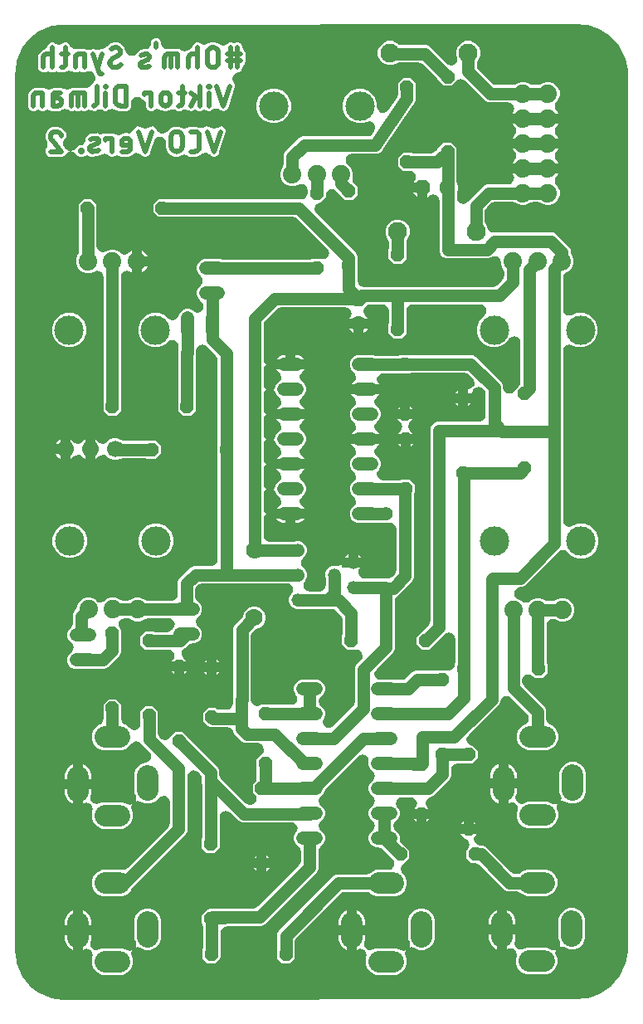
<source format=gbr>
G04 EAGLE Gerber RS-274X export*
G75*
%MOMM*%
%FSLAX34Y34*%
%LPD*%
%INBottom Copper*%
%IPPOS*%
%AMOC8*
5,1,8,0,0,1.08239X$1,22.5*%
G01*
G04 Define Apertures*
%ADD10C,0.508000*%
%ADD11P,1.42962X8X292.5*%
%ADD12C,1.408000*%
%ADD13C,1.320800*%
%ADD14C,1.879600*%
%ADD15C,1.320800*%
%ADD16P,1.42962X8X112.5*%
%ADD17P,1.42962X8X22.5*%
%ADD18P,1.42962X8X202.5*%
%ADD19C,1.700000*%
%ADD20C,3.000000*%
%ADD21P,1.73204X8X112.5*%
%ADD22C,1.600200*%
%ADD23P,1.73204X8X202.5*%
%ADD24C,1.930400*%
%ADD25C,2.200000*%
%ADD26C,1.270000*%
%ADD27C,1.778000*%
G36*
X571079Y2773D02*
X50820Y2561D01*
X49991Y2615D01*
X39140Y4039D01*
X37538Y4468D01*
X27427Y8653D01*
X25990Y9481D01*
X17307Y16141D01*
X16134Y17313D01*
X9471Y25994D01*
X8641Y27430D01*
X4452Y37540D01*
X4023Y39142D01*
X2594Y49992D01*
X2540Y50821D01*
X2540Y947454D01*
X2541Y947456D01*
X2540Y949221D01*
X2594Y950050D01*
X4019Y960895D01*
X4448Y962497D01*
X8631Y972603D01*
X9460Y974039D01*
X16116Y982718D01*
X17288Y983891D01*
X25965Y990551D01*
X27400Y991380D01*
X37505Y995568D01*
X39106Y995997D01*
X49951Y997426D01*
X50780Y997481D01*
X52545Y997481D01*
X52547Y997481D01*
X571106Y997693D01*
X571571Y997617D01*
X572416Y997677D01*
X572864Y997693D01*
X573544Y997694D01*
X573927Y997682D01*
X585314Y996999D01*
X586942Y996685D01*
X598112Y992961D01*
X599603Y992236D01*
X609429Y985747D01*
X610681Y984660D01*
X618492Y975849D01*
X619420Y974476D01*
X624683Y963943D01*
X625225Y962375D01*
X627559Y950948D01*
X627688Y949677D01*
X627688Y52216D01*
X627578Y51039D01*
X625376Y39364D01*
X624859Y37789D01*
X619678Y27015D01*
X618770Y25628D01*
X610977Y16562D01*
X609742Y15457D01*
X599868Y8717D01*
X598388Y7970D01*
X587106Y4016D01*
X585484Y3676D01*
X573749Y2792D01*
X573274Y2774D01*
X572839Y2773D01*
X572483Y2783D01*
X571472Y2840D01*
X571079Y2773D01*
G37*
%LPC*%
G36*
X151207Y910226D02*
X155826Y909172D01*
X161510Y910469D01*
X161513Y910454D01*
X163066Y910782D01*
X165546Y910299D01*
X167672Y909419D01*
X169811Y909419D01*
X171495Y909419D01*
X173697Y910331D01*
X176674Y910790D01*
X179098Y910076D01*
X180118Y909536D01*
X182130Y909346D01*
X184344Y910027D01*
X186161Y910308D01*
X188642Y909825D01*
X189622Y909419D01*
X191643Y909419D01*
X193070Y910010D01*
X195450Y910493D01*
X197930Y910010D01*
X199357Y909419D01*
X201378Y909419D01*
X203470Y910285D01*
X205448Y911541D01*
X207949Y911907D01*
X210394Y911268D01*
X210969Y910826D01*
X211422Y910599D01*
X212225Y910063D01*
X212606Y909936D01*
X213438Y909592D01*
X213797Y909412D01*
X214132Y909345D01*
X214533Y909374D01*
X215433Y909374D01*
X215834Y909345D01*
X216169Y909412D01*
X216528Y909592D01*
X217360Y909936D01*
X217741Y910063D01*
X218025Y910253D01*
X218288Y910557D01*
X218925Y911193D01*
X219229Y911457D01*
X219418Y911740D01*
X219545Y912122D01*
X219890Y912953D01*
X220070Y913313D01*
X220258Y914259D01*
X226895Y934171D01*
X226752Y936187D01*
X225422Y938846D01*
X224858Y939596D01*
X224277Y942056D01*
X224700Y944547D01*
X226062Y946676D01*
X228147Y948105D01*
X229692Y948419D01*
X232016Y949382D01*
X233445Y950811D01*
X234342Y952977D01*
X234682Y954724D01*
X236078Y956831D01*
X236831Y957584D01*
X237605Y959451D01*
X237605Y961528D01*
X237144Y963798D01*
X237605Y966164D01*
X237605Y968245D01*
X236831Y970112D01*
X236078Y970866D01*
X234721Y972879D01*
X234352Y974694D01*
X233445Y976886D01*
X232016Y978315D01*
X230149Y979088D01*
X228072Y979088D01*
X225802Y978627D01*
X223436Y979088D01*
X221354Y979088D01*
X219487Y978315D01*
X218930Y977758D01*
X217009Y976441D01*
X214541Y975898D01*
X212057Y976362D01*
X210662Y977285D01*
X206310Y979088D01*
X202043Y979088D01*
X197881Y977364D01*
X195552Y976882D01*
X193068Y977345D01*
X191966Y978075D01*
X189520Y979088D01*
X187499Y979088D01*
X185632Y978315D01*
X184203Y976886D01*
X183550Y975309D01*
X182209Y973285D01*
X180113Y971873D01*
X177620Y970840D01*
X175291Y970357D01*
X172806Y970821D01*
X172292Y971161D01*
X169507Y972315D01*
X157842Y972315D01*
X155553Y972742D01*
X153424Y974104D01*
X151995Y976188D01*
X151492Y978665D01*
X151492Y979534D01*
X150719Y981401D01*
X149290Y982830D01*
X147423Y983604D01*
X145402Y983604D01*
X143535Y982830D01*
X142106Y981401D01*
X141332Y979534D01*
X141332Y978648D01*
X140937Y976443D01*
X139606Y974295D01*
X137542Y972836D01*
X135073Y972298D01*
X134366Y972288D01*
X130782Y971492D01*
X129109Y970738D01*
X129109Y970738D01*
X128187Y970323D01*
X126271Y968287D01*
X125864Y967624D01*
X123827Y966129D01*
X121367Y965547D01*
X118876Y965971D01*
X116747Y967333D01*
X115318Y969417D01*
X115011Y970928D01*
X113354Y974928D01*
X110655Y977627D01*
X107128Y979088D01*
X103021Y979088D01*
X98850Y977698D01*
X97742Y976867D01*
X96046Y974738D01*
X93964Y973037D01*
X91529Y972360D01*
X89707Y972230D01*
X89400Y972077D01*
X86160Y971419D01*
X83720Y972077D01*
X83412Y972230D01*
X81396Y972374D01*
X79463Y971729D01*
X77505Y971403D01*
X75025Y971887D01*
X73991Y972315D01*
X64633Y972315D01*
X64435Y972273D01*
X61947Y972716D01*
X59829Y974095D01*
X58417Y976191D01*
X58129Y976886D01*
X56700Y978315D01*
X54833Y979088D01*
X52812Y979088D01*
X50259Y978031D01*
X49616Y977590D01*
X47148Y977048D01*
X44663Y977511D01*
X43953Y977981D01*
X41281Y979088D01*
X39260Y979088D01*
X37393Y978315D01*
X35964Y976886D01*
X35311Y975309D01*
X33970Y973285D01*
X31874Y971873D01*
X29830Y971026D01*
X27448Y968644D01*
X26159Y965532D01*
X26159Y963848D01*
X26159Y963848D01*
X26159Y952678D01*
X26933Y950811D01*
X28362Y949382D01*
X30229Y948608D01*
X32250Y948608D01*
X33325Y949054D01*
X35704Y949537D01*
X38185Y949053D01*
X39260Y948608D01*
X41281Y948608D01*
X42358Y949055D01*
X44738Y949538D01*
X47219Y949055D01*
X48296Y948608D01*
X50436Y948608D01*
X52120Y948608D01*
X55099Y949842D01*
X57479Y950326D01*
X59959Y949842D01*
X62939Y948608D01*
X64960Y948608D01*
X66035Y949054D01*
X68414Y949537D01*
X70895Y949053D01*
X71970Y948608D01*
X73991Y948608D01*
X75488Y949228D01*
X77765Y949710D01*
X80253Y949267D01*
X82371Y947888D01*
X83784Y945793D01*
X83834Y945671D01*
X84317Y943341D01*
X83854Y940856D01*
X82458Y938749D01*
X81405Y937696D01*
X81136Y937045D01*
X79830Y935057D01*
X77746Y933628D01*
X75269Y933125D01*
X61673Y933125D01*
X57907Y931565D01*
X55578Y931083D01*
X53093Y931546D01*
X52379Y932020D01*
X49709Y933125D01*
X42499Y933125D01*
X39209Y931762D01*
X36880Y931280D01*
X34395Y931743D01*
X34146Y931909D01*
X31208Y933125D01*
X22869Y933125D01*
X19757Y931836D01*
X17376Y929455D01*
X16087Y926343D01*
X16087Y924659D01*
X16087Y924659D01*
X16087Y913488D01*
X16860Y911621D01*
X18289Y910192D01*
X20156Y909419D01*
X22177Y909419D01*
X23252Y909864D01*
X25632Y910347D01*
X28112Y909864D01*
X29187Y909419D01*
X31208Y909419D01*
X33067Y910189D01*
X35447Y910672D01*
X37927Y910189D01*
X39786Y909419D01*
X45876Y909419D01*
X45877Y909419D01*
X47938Y909419D01*
X50580Y910691D01*
X53234Y911319D01*
X55718Y910856D01*
X56097Y910605D01*
X58960Y909419D01*
X61037Y909419D01*
X63307Y909880D01*
X65673Y909419D01*
X67810Y909419D01*
X70080Y909880D01*
X72446Y909419D01*
X74528Y909419D01*
X75895Y909985D01*
X77414Y910403D01*
X79938Y910260D01*
X83145Y909419D01*
X84009Y909419D01*
X86360Y910393D01*
X88740Y910876D01*
X91221Y910393D01*
X93572Y909419D01*
X95593Y909419D01*
X98099Y910457D01*
X98896Y910999D01*
X101369Y911522D01*
X103850Y911038D01*
X107760Y909419D01*
X116548Y909419D01*
X118415Y910192D01*
X119844Y911621D01*
X120618Y913488D01*
X120618Y917254D01*
X121009Y919448D01*
X122337Y921599D01*
X124398Y923061D01*
X126866Y923603D01*
X129351Y923140D01*
X131458Y921744D01*
X131721Y921481D01*
X132372Y921211D01*
X134360Y919906D01*
X135789Y917821D01*
X136292Y915345D01*
X136292Y913488D01*
X137065Y911621D01*
X138494Y910192D01*
X140361Y909419D01*
X142382Y909419D01*
X145416Y910675D01*
X145437Y910626D01*
X147132Y911204D01*
X149653Y911021D01*
X151207Y910226D01*
G37*
G36*
X198650Y39370D02*
X206226Y39370D01*
X211582Y44726D01*
X211582Y45377D01*
X211836Y46654D01*
X211836Y70537D01*
X212263Y72826D01*
X213625Y74955D01*
X215709Y76384D01*
X217171Y76681D01*
X218954Y77420D01*
X221384Y77903D01*
X253661Y77903D01*
X256929Y79256D01*
X310305Y132632D01*
X311658Y135900D01*
X311658Y153941D01*
X312103Y156277D01*
X313482Y158395D01*
X313723Y158557D01*
X317118Y161952D01*
X318510Y165313D01*
X318510Y168951D01*
X317118Y172312D01*
X314087Y175342D01*
X312771Y177262D01*
X312228Y179731D01*
X312692Y182215D01*
X314087Y184322D01*
X317118Y187352D01*
X318510Y190713D01*
X318510Y194351D01*
X317118Y197712D01*
X314087Y200742D01*
X312771Y202662D01*
X312228Y205131D01*
X312692Y207615D01*
X314087Y209722D01*
X317118Y212752D01*
X318570Y216259D01*
X319947Y218319D01*
X352374Y250746D01*
X354202Y252021D01*
X356661Y252603D01*
X359153Y252179D01*
X361282Y250817D01*
X362711Y248733D01*
X363214Y246256D01*
X363214Y241513D01*
X364606Y238152D01*
X367636Y235122D01*
X368953Y233202D01*
X369495Y230733D01*
X369032Y228249D01*
X367636Y226142D01*
X364606Y223112D01*
X363214Y219751D01*
X363214Y216113D01*
X364606Y212752D01*
X367636Y209722D01*
X368953Y207802D01*
X369495Y205333D01*
X369032Y202849D01*
X367636Y200742D01*
X364606Y197712D01*
X363214Y194351D01*
X363214Y190713D01*
X364606Y187352D01*
X367636Y184322D01*
X368953Y182402D01*
X369495Y179933D01*
X369032Y177449D01*
X367636Y175342D01*
X364606Y172312D01*
X363214Y168951D01*
X363214Y165313D01*
X364606Y161952D01*
X367178Y159380D01*
X370539Y157988D01*
X372903Y157988D01*
X375286Y157524D01*
X377393Y156128D01*
X384474Y149047D01*
X384679Y148744D01*
X387602Y145820D01*
X388877Y143992D01*
X389459Y141532D01*
X389035Y139041D01*
X387673Y136912D01*
X385589Y135483D01*
X383112Y134980D01*
X370807Y134980D01*
X365830Y132919D01*
X365101Y132190D01*
X363088Y130833D01*
X360611Y130330D01*
X330492Y130330D01*
X327224Y128977D01*
X271101Y72854D01*
X269748Y69586D01*
X269748Y55186D01*
X269494Y53882D01*
X269494Y44726D01*
X274850Y39370D01*
X282426Y39370D01*
X287782Y44726D01*
X287782Y53935D01*
X287528Y55186D01*
X287528Y61505D01*
X287992Y63889D01*
X289388Y65996D01*
X334083Y110690D01*
X336096Y112047D01*
X338573Y112550D01*
X360611Y112550D01*
X362994Y112086D01*
X365101Y110690D01*
X365830Y109961D01*
X370807Y107900D01*
X391193Y107900D01*
X396170Y109961D01*
X399979Y113770D01*
X402040Y118747D01*
X402040Y124133D01*
X399979Y129110D01*
X397801Y131287D01*
X396484Y133208D01*
X395942Y135676D01*
X396405Y138161D01*
X397801Y140268D01*
X404622Y147088D01*
X404622Y154664D01*
X398621Y160664D01*
X396786Y161880D01*
X396570Y162097D01*
X395213Y164110D01*
X394710Y166587D01*
X394710Y168951D01*
X393318Y172312D01*
X390287Y175342D01*
X388971Y177262D01*
X388428Y179731D01*
X388892Y182215D01*
X390287Y184322D01*
X393318Y187352D01*
X394710Y190713D01*
X394710Y194351D01*
X393318Y197712D01*
X392827Y198202D01*
X391552Y200030D01*
X390971Y202490D01*
X391395Y204981D01*
X392756Y207110D01*
X394841Y208539D01*
X397318Y209042D01*
X406078Y209042D01*
X408273Y208651D01*
X410423Y207323D01*
X411885Y205262D01*
X412427Y202793D01*
X411964Y200309D01*
X410568Y198202D01*
X409216Y196850D01*
X424920Y196850D01*
X423244Y198526D01*
X421948Y200400D01*
X421386Y202864D01*
X421829Y205352D01*
X423208Y207470D01*
X425304Y208883D01*
X428956Y210395D01*
X445941Y227380D01*
X447294Y230648D01*
X447294Y237238D01*
X447721Y239527D01*
X449083Y241656D01*
X451167Y243085D01*
X453644Y243588D01*
X458401Y243588D01*
X459705Y243334D01*
X468860Y243334D01*
X474216Y248690D01*
X474216Y256265D01*
X468752Y261729D01*
X467162Y262013D01*
X465011Y263341D01*
X463549Y265402D01*
X463007Y267870D01*
X463470Y270355D01*
X464866Y272462D01*
X496487Y304082D01*
X498281Y308415D01*
X499517Y310330D01*
X501578Y311792D01*
X504047Y312335D01*
X506531Y311871D01*
X508638Y310475D01*
X524682Y294432D01*
X526039Y292418D01*
X526542Y289941D01*
X526542Y289177D01*
X526097Y286841D01*
X524718Y284723D01*
X522622Y283310D01*
X520262Y282333D01*
X516453Y278524D01*
X514392Y273547D01*
X514392Y268161D01*
X516453Y263184D01*
X520262Y259375D01*
X525239Y257314D01*
X545625Y257314D01*
X550602Y259375D01*
X554411Y263184D01*
X556472Y268161D01*
X556472Y273547D01*
X554411Y278524D01*
X550602Y282333D01*
X548242Y283310D01*
X546254Y284616D01*
X544825Y286700D01*
X544322Y289177D01*
X544322Y298022D01*
X542969Y301290D01*
X521690Y322569D01*
X520333Y324582D01*
X519830Y327059D01*
X519830Y328146D01*
X520221Y330341D01*
X521549Y332491D01*
X523610Y333953D01*
X526079Y334495D01*
X528563Y334032D01*
X530670Y332636D01*
X532660Y330646D01*
X540236Y330646D01*
X545592Y336002D01*
X545592Y344109D01*
X545333Y344493D01*
X544830Y346970D01*
X544830Y384656D01*
X545239Y386898D01*
X546584Y389037D01*
X548657Y390483D01*
X551129Y391006D01*
X553610Y390523D01*
X558565Y388470D01*
X563315Y388470D01*
X567702Y390287D01*
X571061Y393646D01*
X572878Y398033D01*
X572878Y402783D01*
X571061Y407170D01*
X567702Y410529D01*
X563315Y412346D01*
X558565Y412346D01*
X553388Y410201D01*
X552794Y409801D01*
X550317Y409298D01*
X546563Y409298D01*
X544180Y409762D01*
X543558Y410174D01*
X538315Y412346D01*
X533565Y412346D01*
X529178Y410529D01*
X527930Y409281D01*
X526010Y407964D01*
X523541Y407422D01*
X521057Y407885D01*
X518950Y409281D01*
X517702Y410529D01*
X515465Y411455D01*
X513625Y412622D01*
X512130Y414660D01*
X511548Y417120D01*
X511972Y419611D01*
X513334Y421740D01*
X515418Y423169D01*
X517895Y423672D01*
X519166Y423672D01*
X522434Y425025D01*
X556985Y459577D01*
X558906Y460894D01*
X561374Y461436D01*
X563859Y460973D01*
X565966Y459577D01*
X570004Y455538D01*
X576451Y452868D01*
X583429Y452868D01*
X589876Y455538D01*
X594810Y460472D01*
X597480Y466919D01*
X597480Y473897D01*
X594810Y480344D01*
X589876Y485278D01*
X583429Y487948D01*
X576451Y487948D01*
X570164Y485344D01*
X567936Y484864D01*
X565445Y485287D01*
X563316Y486649D01*
X561887Y488734D01*
X561384Y491210D01*
X561384Y664682D01*
X561793Y666924D01*
X563138Y669063D01*
X565211Y670509D01*
X567683Y671032D01*
X570164Y670549D01*
X575689Y668260D01*
X582667Y668260D01*
X589114Y670930D01*
X594048Y675864D01*
X596718Y682311D01*
X596718Y689289D01*
X594048Y695736D01*
X589114Y700670D01*
X582667Y703340D01*
X575689Y703340D01*
X570164Y701051D01*
X567936Y700571D01*
X565445Y700995D01*
X563316Y702357D01*
X561887Y704441D01*
X561384Y706918D01*
X561384Y739135D01*
X561829Y741471D01*
X563208Y743589D01*
X565304Y745002D01*
X566940Y745679D01*
X570299Y749038D01*
X572116Y753425D01*
X572116Y758175D01*
X569971Y763352D01*
X569571Y763946D01*
X569068Y766423D01*
X569068Y767220D01*
X567715Y770488D01*
X554532Y783671D01*
X551264Y785024D01*
X490587Y785024D01*
X488250Y785470D01*
X486132Y786848D01*
X484720Y788944D01*
X482847Y793466D01*
X482119Y794546D01*
X481616Y797023D01*
X481616Y806398D01*
X482080Y808781D01*
X483476Y810888D01*
X487339Y814750D01*
X489352Y816107D01*
X491829Y816610D01*
X510077Y816610D01*
X512460Y816146D01*
X513082Y815734D01*
X518325Y813562D01*
X523075Y813562D01*
X528252Y815707D01*
X528846Y816107D01*
X531323Y816610D01*
X535477Y816610D01*
X537860Y816146D01*
X538482Y815734D01*
X543725Y813562D01*
X548475Y813562D01*
X552862Y815379D01*
X556221Y818738D01*
X558038Y823125D01*
X558038Y827875D01*
X556221Y832262D01*
X554773Y833710D01*
X553456Y835630D01*
X552914Y838099D01*
X553377Y840583D01*
X554773Y842690D01*
X556221Y844138D01*
X556917Y845820D01*
X541020Y845820D01*
X541020Y855980D01*
X556917Y855980D01*
X556221Y857662D01*
X554773Y859110D01*
X553456Y861030D01*
X552914Y863499D01*
X553377Y865983D01*
X554773Y868090D01*
X556221Y869538D01*
X556917Y871220D01*
X541020Y871220D01*
X541020Y881380D01*
X556917Y881380D01*
X556221Y883062D01*
X554773Y884510D01*
X553456Y886430D01*
X552914Y888899D01*
X553377Y891383D01*
X554773Y893490D01*
X556221Y894938D01*
X556917Y896620D01*
X541020Y896620D01*
X541020Y906780D01*
X556917Y906780D01*
X556221Y908462D01*
X554773Y909910D01*
X553456Y911830D01*
X552914Y914299D01*
X553377Y916783D01*
X554773Y918890D01*
X556221Y920338D01*
X558038Y924725D01*
X558038Y929475D01*
X556221Y933862D01*
X552862Y937221D01*
X548475Y939038D01*
X543725Y939038D01*
X538548Y936893D01*
X537954Y936493D01*
X535477Y935990D01*
X531323Y935990D01*
X528940Y936454D01*
X528318Y936866D01*
X523075Y939038D01*
X518325Y939038D01*
X513148Y936893D01*
X512554Y936493D01*
X510077Y935990D01*
X493353Y935990D01*
X490969Y936454D01*
X488863Y937850D01*
X475438Y951275D01*
X474081Y953288D01*
X473578Y955765D01*
X473578Y957520D01*
X474042Y959903D01*
X474791Y961033D01*
X476880Y966077D01*
X476880Y970927D01*
X475024Y975408D01*
X471594Y978838D01*
X467113Y980694D01*
X462263Y980694D01*
X457782Y978838D01*
X454352Y975408D01*
X452496Y970927D01*
X452496Y966077D01*
X453109Y964596D01*
X453586Y962469D01*
X453202Y959971D01*
X451874Y957821D01*
X449812Y956359D01*
X447344Y955817D01*
X444860Y956280D01*
X442753Y957676D01*
X425152Y975277D01*
X421884Y976630D01*
X396432Y976630D01*
X394049Y977094D01*
X391942Y978490D01*
X391594Y978838D01*
X387113Y980694D01*
X382263Y980694D01*
X377782Y978838D01*
X374352Y975408D01*
X372496Y970927D01*
X372496Y966077D01*
X374352Y961596D01*
X377782Y958166D01*
X382263Y956310D01*
X387113Y956310D01*
X392078Y958367D01*
X394508Y958850D01*
X413803Y958850D01*
X416187Y958386D01*
X418294Y956990D01*
X432734Y942550D01*
X433477Y941448D01*
X439950Y934974D01*
X447526Y934974D01*
X452569Y940018D01*
X454490Y941335D01*
X456958Y941877D01*
X459443Y941414D01*
X461550Y940018D01*
X482004Y919563D01*
X485272Y918210D01*
X505114Y918210D01*
X507355Y917801D01*
X509495Y916456D01*
X510941Y914383D01*
X511463Y911911D01*
X510980Y909430D01*
X509883Y906780D01*
X525780Y906780D01*
X525780Y896620D01*
X509883Y896620D01*
X510579Y894938D01*
X512027Y893490D01*
X513344Y891570D01*
X513886Y889101D01*
X513423Y886617D01*
X512027Y884510D01*
X510579Y883062D01*
X509883Y881380D01*
X525780Y881380D01*
X525780Y871220D01*
X509883Y871220D01*
X510579Y869538D01*
X512027Y868090D01*
X513344Y866170D01*
X513886Y863701D01*
X513423Y861217D01*
X512027Y859110D01*
X510579Y857662D01*
X509883Y855980D01*
X525780Y855980D01*
X525780Y845820D01*
X509883Y845820D01*
X510980Y843170D01*
X511460Y840942D01*
X511037Y838451D01*
X509675Y836322D01*
X507590Y834893D01*
X505114Y834390D01*
X483748Y834390D01*
X480480Y833037D01*
X464906Y817463D01*
X464218Y816377D01*
X462180Y814882D01*
X459721Y814301D01*
X457229Y814724D01*
X455100Y816086D01*
X453671Y818171D01*
X453168Y820647D01*
X453168Y825406D01*
X453652Y827836D01*
X454025Y828737D01*
X454025Y832931D01*
X453111Y835136D01*
X452628Y837567D01*
X452628Y861246D01*
X452882Y862550D01*
X452882Y871706D01*
X447526Y877062D01*
X439950Y877062D01*
X433439Y870551D01*
X432734Y869487D01*
X431248Y868000D01*
X429234Y866643D01*
X426757Y866140D01*
X408754Y866140D01*
X407450Y866394D01*
X398294Y866394D01*
X392938Y861038D01*
X392938Y853462D01*
X398294Y848106D01*
X405119Y848106D01*
X407313Y847715D01*
X409463Y846387D01*
X410925Y844326D01*
X411468Y841857D01*
X411004Y839373D01*
X409609Y837266D01*
X408257Y835914D01*
X423164Y835914D01*
X423164Y821007D01*
X424548Y822391D01*
X426376Y823666D01*
X428836Y824248D01*
X431327Y823824D01*
X433456Y822462D01*
X434885Y820378D01*
X435388Y817901D01*
X435388Y765984D01*
X436742Y762716D01*
X439242Y760216D01*
X442510Y758862D01*
X485310Y758862D01*
X489460Y760581D01*
X491688Y761061D01*
X494179Y760638D01*
X496308Y759276D01*
X497737Y757191D01*
X498240Y754715D01*
X498240Y753425D01*
X500385Y748248D01*
X500785Y747654D01*
X501288Y745177D01*
X501288Y741027D01*
X500824Y738643D01*
X499428Y736537D01*
X494367Y731475D01*
X492353Y730118D01*
X489876Y729615D01*
X396022Y729615D01*
X395384Y729742D01*
X358140Y729742D01*
X355851Y730169D01*
X353722Y731531D01*
X352293Y733615D01*
X351790Y736092D01*
X351790Y744660D01*
X352044Y745964D01*
X352044Y756753D01*
X351790Y758004D01*
X351790Y761228D01*
X350437Y764496D01*
X309925Y805008D01*
X308649Y806836D01*
X308068Y809296D01*
X308492Y811787D01*
X309854Y813916D01*
X311938Y815345D01*
X313796Y815722D01*
X319278Y821204D01*
X319278Y823251D01*
X319669Y825446D01*
X320997Y827596D01*
X323058Y829058D01*
X325527Y829601D01*
X328011Y829137D01*
X330118Y827742D01*
X331896Y825964D01*
X332639Y824862D01*
X339112Y818388D01*
X346688Y818388D01*
X352044Y823744D01*
X352044Y831320D01*
X348393Y834971D01*
X347056Y836938D01*
X346533Y839410D01*
X347016Y841891D01*
X347072Y842025D01*
X347072Y846775D01*
X345255Y851162D01*
X341521Y854896D01*
X340246Y856724D01*
X339664Y859184D01*
X340088Y861675D01*
X341450Y863804D01*
X343534Y865233D01*
X346011Y865736D01*
X368439Y865736D01*
X369722Y865605D01*
X369930Y865562D01*
X370246Y865623D01*
X371441Y865736D01*
X371763Y865736D01*
X371960Y865818D01*
X373195Y866187D01*
X373404Y866227D01*
X373673Y866404D01*
X374733Y866966D01*
X375030Y867089D01*
X375181Y867240D01*
X376181Y868055D01*
X376358Y868172D01*
X376539Y868438D01*
X377304Y869363D01*
X377531Y869590D01*
X377613Y869787D01*
X378225Y870922D01*
X408626Y915733D01*
X409391Y916658D01*
X409619Y916885D01*
X409700Y917082D01*
X410312Y918217D01*
X410431Y918393D01*
X410496Y918708D01*
X410849Y919855D01*
X410972Y920153D01*
X410972Y920366D01*
X411103Y921648D01*
X411146Y921857D01*
X411085Y922173D01*
X410972Y923368D01*
X410972Y926778D01*
X411226Y928082D01*
X411226Y937238D01*
X405870Y942594D01*
X398294Y942594D01*
X392938Y937238D01*
X392938Y928029D01*
X393192Y926778D01*
X393192Y926603D01*
X392097Y923038D01*
X383279Y910041D01*
X380686Y907841D01*
X378226Y907259D01*
X375735Y907683D01*
X373606Y909045D01*
X372177Y911129D01*
X371674Y913606D01*
X371674Y917889D01*
X369004Y924336D01*
X364070Y929270D01*
X357623Y931940D01*
X350645Y931940D01*
X344198Y929270D01*
X339264Y924336D01*
X336594Y917889D01*
X336594Y910911D01*
X339264Y904464D01*
X344198Y899530D01*
X350645Y896860D01*
X357623Y896860D01*
X361280Y898375D01*
X364745Y898774D01*
X367106Y897874D01*
X368930Y896125D01*
X369927Y893802D01*
X369940Y891275D01*
X368965Y888943D01*
X367173Y886301D01*
X364394Y884019D01*
X361918Y883516D01*
X295623Y883516D01*
X292356Y882163D01*
X277597Y867404D01*
X276244Y864137D01*
X276244Y855023D01*
X275780Y852640D01*
X275368Y852018D01*
X273196Y846775D01*
X273196Y842025D01*
X275013Y837638D01*
X278372Y834279D01*
X282759Y832462D01*
X287509Y832462D01*
X292210Y834409D01*
X294438Y834890D01*
X296929Y834466D01*
X299058Y833104D01*
X300487Y831019D01*
X300990Y828543D01*
X300990Y825500D01*
X300563Y823211D01*
X299201Y821082D01*
X297117Y819653D01*
X294640Y819150D01*
X159072Y819150D01*
X157768Y819404D01*
X148612Y819404D01*
X143256Y814048D01*
X143256Y806472D01*
X148612Y801116D01*
X157821Y801116D01*
X159072Y801370D01*
X285787Y801370D01*
X288171Y800906D01*
X290278Y799510D01*
X321012Y768776D01*
X322287Y766948D01*
X322868Y764488D01*
X322444Y761997D01*
X321083Y759868D01*
X318998Y758439D01*
X316521Y757936D01*
X304713Y757936D01*
X303462Y757682D01*
X213499Y757682D01*
X212222Y757936D01*
X194777Y757936D01*
X191416Y756544D01*
X188844Y753972D01*
X187452Y750611D01*
X187452Y746973D01*
X188844Y743612D01*
X191874Y740582D01*
X193191Y738662D01*
X193733Y736193D01*
X193270Y733709D01*
X191874Y731602D01*
X188844Y728572D01*
X187452Y725211D01*
X187452Y721573D01*
X188844Y718212D01*
X191089Y715967D01*
X191481Y715411D01*
X192632Y714654D01*
X194061Y712570D01*
X194564Y710093D01*
X194564Y709998D01*
X194173Y707803D01*
X192845Y705653D01*
X190784Y704191D01*
X188315Y703649D01*
X185831Y704112D01*
X183724Y705508D01*
X183561Y705671D01*
X183371Y705941D01*
X179873Y707390D01*
X176235Y707390D01*
X172874Y705998D01*
X170302Y703426D01*
X168807Y699815D01*
X167571Y697901D01*
X165510Y696439D01*
X163041Y695896D01*
X160557Y696360D01*
X158450Y697755D01*
X155536Y700670D01*
X149089Y703340D01*
X142111Y703340D01*
X135664Y700670D01*
X130730Y695736D01*
X128060Y689289D01*
X128060Y682311D01*
X130730Y675864D01*
X135664Y670930D01*
X142111Y668260D01*
X149089Y668260D01*
X155536Y670930D01*
X158324Y673719D01*
X160152Y674994D01*
X162612Y675575D01*
X165103Y675152D01*
X167232Y673790D01*
X168661Y671705D01*
X169164Y669228D01*
X169164Y666331D01*
X168910Y665054D01*
X168910Y613986D01*
X168656Y612682D01*
X168656Y603526D01*
X174012Y598170D01*
X181588Y598170D01*
X186944Y603526D01*
X186944Y612735D01*
X186690Y613986D01*
X186690Y659295D01*
X186944Y660572D01*
X186944Y664501D01*
X187335Y666696D01*
X188663Y668846D01*
X190724Y670308D01*
X193193Y670851D01*
X195677Y670387D01*
X197784Y668992D01*
X207188Y659587D01*
X208545Y657574D01*
X209048Y655097D01*
X209048Y570298D01*
X208794Y568994D01*
X208794Y558205D01*
X209048Y556954D01*
X209048Y451358D01*
X208621Y449069D01*
X207259Y446940D01*
X205175Y445511D01*
X202698Y445008D01*
X184668Y445008D01*
X181400Y443655D01*
X169755Y432010D01*
X168402Y428742D01*
X168402Y415902D01*
X167975Y413613D01*
X166613Y411484D01*
X164529Y410055D01*
X162052Y409552D01*
X137731Y409552D01*
X135348Y410016D01*
X134726Y410428D01*
X129483Y412600D01*
X124733Y412600D01*
X119556Y410455D01*
X118962Y410055D01*
X116485Y409552D01*
X112731Y409552D01*
X110348Y410016D01*
X109726Y410428D01*
X104483Y412600D01*
X99733Y412600D01*
X95346Y410783D01*
X94098Y409535D01*
X92178Y408218D01*
X89709Y407676D01*
X87225Y408139D01*
X85118Y409535D01*
X83870Y410783D01*
X79483Y412600D01*
X74733Y412600D01*
X70346Y410783D01*
X66987Y407424D01*
X64843Y402247D01*
X64706Y401543D01*
X63310Y399437D01*
X62567Y398694D01*
X61214Y395426D01*
X61214Y386148D01*
X60750Y383765D01*
X59354Y381658D01*
X57272Y379576D01*
X55880Y376215D01*
X55880Y372577D01*
X57272Y369216D01*
X60302Y366186D01*
X61619Y364266D01*
X62161Y361797D01*
X61698Y359313D01*
X60302Y357206D01*
X57272Y354176D01*
X55880Y350815D01*
X55880Y347177D01*
X57272Y343816D01*
X59844Y341244D01*
X63205Y339852D01*
X80650Y339852D01*
X81927Y340106D01*
X93970Y340106D01*
X97238Y341459D01*
X109137Y353358D01*
X110490Y356626D01*
X110490Y369502D01*
X110744Y370806D01*
X110744Y379962D01*
X109774Y380932D01*
X108499Y382760D01*
X107917Y385220D01*
X108341Y387711D01*
X109703Y389840D01*
X111787Y391269D01*
X114264Y391772D01*
X116485Y391772D01*
X118868Y391308D01*
X119490Y390896D01*
X124733Y388724D01*
X130592Y388724D01*
X130826Y388682D01*
X130875Y388756D01*
X132970Y390169D01*
X134660Y390869D01*
X135254Y391269D01*
X137731Y391772D01*
X158786Y391772D01*
X160981Y391381D01*
X163131Y390053D01*
X164593Y387992D01*
X165135Y385523D01*
X164672Y383039D01*
X163276Y380932D01*
X162211Y379867D01*
X162056Y379630D01*
X159971Y378201D01*
X157495Y377698D01*
X145610Y377698D01*
X144306Y377952D01*
X135400Y377952D01*
X135156Y377995D01*
X135082Y377884D01*
X129794Y372596D01*
X129794Y365020D01*
X135150Y359664D01*
X144359Y359664D01*
X145610Y359918D01*
X158682Y359918D01*
X160877Y359527D01*
X163027Y358199D01*
X164489Y356138D01*
X165031Y353669D01*
X164568Y351185D01*
X163172Y349078D01*
X161820Y347726D01*
X177524Y347726D01*
X174138Y351111D01*
X172842Y352986D01*
X172280Y355450D01*
X172724Y357938D01*
X174103Y360056D01*
X175346Y360893D01*
X178861Y364408D01*
X180874Y365765D01*
X183351Y366268D01*
X185715Y366268D01*
X189076Y367660D01*
X191648Y370232D01*
X193040Y373593D01*
X193040Y377231D01*
X191648Y380592D01*
X188618Y383622D01*
X187301Y385542D01*
X186759Y388011D01*
X187222Y390495D01*
X188618Y392602D01*
X191648Y395632D01*
X193040Y398993D01*
X193040Y402631D01*
X191648Y405992D01*
X188351Y409289D01*
X188114Y409444D01*
X186685Y411529D01*
X186182Y414005D01*
X186182Y420661D01*
X186646Y423045D01*
X188042Y425152D01*
X188259Y425368D01*
X190272Y426725D01*
X192749Y427228D01*
X279840Y427228D01*
X282035Y426837D01*
X284185Y425509D01*
X285647Y423448D01*
X286189Y420979D01*
X285726Y418495D01*
X284330Y416388D01*
X283332Y415390D01*
X281940Y412029D01*
X281940Y408391D01*
X283332Y405030D01*
X285904Y402458D01*
X289265Y401066D01*
X293502Y401066D01*
X294779Y401320D01*
X325665Y401320D01*
X328049Y400856D01*
X330156Y399460D01*
X334436Y395180D01*
X335793Y393166D01*
X336296Y390689D01*
X336296Y375480D01*
X336042Y374176D01*
X336042Y365020D01*
X341398Y359664D01*
X350650Y359664D01*
X352845Y359273D01*
X354995Y357945D01*
X356457Y355884D01*
X356999Y353415D01*
X356536Y350931D01*
X355140Y348824D01*
X350343Y344027D01*
X348990Y340759D01*
X348990Y306026D01*
X348526Y303643D01*
X347130Y301536D01*
X327367Y281774D01*
X325585Y280520D01*
X323130Y279919D01*
X320636Y280323D01*
X318496Y281668D01*
X317050Y283741D01*
X316527Y286213D01*
X317011Y288694D01*
X318510Y292313D01*
X318510Y295951D01*
X317118Y299312D01*
X314087Y302342D01*
X312771Y304262D01*
X312228Y306731D01*
X312692Y309215D01*
X314087Y311322D01*
X317118Y314352D01*
X318510Y317713D01*
X318510Y321351D01*
X317118Y324712D01*
X314545Y327284D01*
X311185Y328676D01*
X294339Y328676D01*
X290978Y327284D01*
X288406Y324712D01*
X287014Y321351D01*
X287014Y317713D01*
X288406Y314352D01*
X288570Y314188D01*
X289845Y312360D01*
X290427Y309900D01*
X290003Y307409D01*
X288641Y305280D01*
X286557Y303851D01*
X284080Y303348D01*
X264482Y303348D01*
X262099Y303812D01*
X262033Y303856D01*
X253762Y303856D01*
X251955Y302596D01*
X249495Y302014D01*
X247004Y302438D01*
X244875Y303800D01*
X243446Y305884D01*
X242943Y308361D01*
X242943Y373536D01*
X243407Y375920D01*
X244803Y378027D01*
X245829Y379053D01*
X247889Y380429D01*
X252855Y382486D01*
X256070Y385701D01*
X257810Y389902D01*
X257810Y394450D01*
X256070Y398651D01*
X252855Y401866D01*
X248654Y403606D01*
X244106Y403606D01*
X239905Y401866D01*
X236690Y398651D01*
X234633Y393685D01*
X233257Y391625D01*
X226516Y384885D01*
X225163Y381617D01*
X225163Y312614D01*
X224680Y310184D01*
X224655Y310124D01*
X224655Y304800D01*
X224228Y302511D01*
X222866Y300382D01*
X220782Y298953D01*
X218305Y298450D01*
X211142Y298450D01*
X208759Y298914D01*
X207159Y299974D01*
X199412Y299974D01*
X194056Y294618D01*
X194056Y287042D01*
X199518Y281580D01*
X201416Y281203D01*
X202702Y280670D01*
X218853Y280670D01*
X221189Y280225D01*
X223307Y278846D01*
X224719Y276750D01*
X226008Y273638D01*
X233807Y265839D01*
X237075Y264486D01*
X249868Y264486D01*
X252063Y264095D01*
X254213Y262767D01*
X255675Y260706D01*
X256217Y258237D01*
X255754Y255753D01*
X254358Y253646D01*
X248412Y247700D01*
X248412Y238491D01*
X248666Y237240D01*
X248666Y228160D01*
X248202Y225777D01*
X246806Y223670D01*
X244856Y221720D01*
X244856Y214144D01*
X246992Y212008D01*
X248267Y210180D01*
X248849Y207720D01*
X248425Y205229D01*
X247063Y203100D01*
X244979Y201671D01*
X242502Y201168D01*
X241870Y201168D01*
X239486Y201632D01*
X237380Y203028D01*
X212426Y227982D01*
X211069Y229995D01*
X210566Y232472D01*
X210566Y236210D01*
X209213Y239478D01*
X180676Y268015D01*
X179933Y269116D01*
X173460Y275590D01*
X165884Y275590D01*
X159632Y269337D01*
X157711Y268020D01*
X155243Y267478D01*
X152758Y267941D01*
X150651Y269337D01*
X149688Y270301D01*
X148331Y272314D01*
X147828Y274791D01*
X147828Y285936D01*
X148082Y287240D01*
X148082Y296396D01*
X142726Y301752D01*
X135150Y301752D01*
X129794Y296396D01*
X129794Y287187D01*
X130048Y285936D01*
X130048Y284131D01*
X129657Y281936D01*
X128329Y279786D01*
X126268Y278324D01*
X123799Y277782D01*
X121315Y278245D01*
X119208Y279641D01*
X116770Y282079D01*
X114410Y283056D01*
X112422Y284362D01*
X110993Y286446D01*
X110490Y288923D01*
X110490Y293302D01*
X110744Y294606D01*
X110744Y303762D01*
X105388Y309118D01*
X97812Y309118D01*
X92456Y303762D01*
X92456Y294553D01*
X92710Y293302D01*
X92710Y288923D01*
X92265Y286587D01*
X90886Y284469D01*
X88790Y283056D01*
X86430Y282079D01*
X82621Y278270D01*
X80560Y273293D01*
X80560Y267907D01*
X82621Y262930D01*
X86430Y259121D01*
X91407Y257060D01*
X111793Y257060D01*
X116770Y259121D01*
X121077Y263429D01*
X121497Y264080D01*
X123559Y265542D01*
X126027Y266084D01*
X128512Y265621D01*
X130619Y264225D01*
X139364Y255480D01*
X140639Y253652D01*
X141220Y251192D01*
X140796Y248701D01*
X139435Y246572D01*
X137350Y245143D01*
X134939Y244653D01*
X129930Y242579D01*
X126121Y238770D01*
X124060Y233793D01*
X124060Y213407D01*
X125367Y210251D01*
X125846Y208074D01*
X125442Y205579D01*
X124927Y204759D01*
X127149Y205229D01*
X129629Y204746D01*
X134907Y202560D01*
X140293Y202560D01*
X145270Y204621D01*
X149404Y208755D01*
X151232Y210030D01*
X153692Y210612D01*
X156183Y210188D01*
X158312Y208826D01*
X159741Y206742D01*
X160244Y204265D01*
X160244Y182587D01*
X159780Y180203D01*
X158384Y178097D01*
X117128Y136840D01*
X115114Y135483D01*
X112637Y134980D01*
X91407Y134980D01*
X86430Y132919D01*
X82621Y129110D01*
X80560Y124133D01*
X80560Y118747D01*
X82621Y113770D01*
X86430Y109961D01*
X91407Y107900D01*
X111793Y107900D01*
X116770Y109961D01*
X120579Y113770D01*
X121068Y114952D01*
X122445Y117012D01*
X176671Y171238D01*
X178024Y174506D01*
X178024Y230191D01*
X178415Y232386D01*
X179743Y234536D01*
X181804Y235998D01*
X184273Y236541D01*
X186757Y236077D01*
X188864Y234682D01*
X190926Y232620D01*
X192283Y230606D01*
X192786Y228129D01*
X192786Y224391D01*
X192811Y224331D01*
X193294Y221901D01*
X193294Y168141D01*
X192830Y165758D01*
X192604Y165417D01*
X192604Y157245D01*
X197960Y151889D01*
X205536Y151889D01*
X210892Y157245D01*
X210892Y157998D01*
X211074Y158913D01*
X211074Y188858D01*
X211465Y191053D01*
X212793Y193203D01*
X214854Y194665D01*
X217323Y195208D01*
X219807Y194744D01*
X221914Y193349D01*
X230521Y184741D01*
X233789Y183388D01*
X284152Y183388D01*
X286346Y182997D01*
X288497Y181669D01*
X289959Y179608D01*
X290501Y177139D01*
X290038Y174655D01*
X288642Y172548D01*
X288406Y172312D01*
X287014Y168951D01*
X287014Y165313D01*
X288406Y161952D01*
X291699Y158660D01*
X291946Y158497D01*
X293375Y156413D01*
X293878Y153936D01*
X293878Y143981D01*
X293414Y141597D01*
X292018Y139491D01*
X250070Y97543D01*
X248057Y96186D01*
X245580Y95683D01*
X201940Y95683D01*
X198988Y94460D01*
X198309Y94325D01*
X192604Y88620D01*
X192604Y80848D01*
X193553Y79440D01*
X194056Y76963D01*
X194056Y55694D01*
X193592Y53311D01*
X193294Y52861D01*
X193294Y44726D01*
X198650Y39370D01*
G37*
G36*
X262645Y896860D02*
X269623Y896860D01*
X276070Y899530D01*
X281004Y904464D01*
X283674Y910911D01*
X283674Y917889D01*
X281004Y924336D01*
X276070Y929270D01*
X269623Y931940D01*
X262645Y931940D01*
X256198Y929270D01*
X251264Y924336D01*
X248594Y917889D01*
X248594Y910911D01*
X251264Y904464D01*
X256198Y899530D01*
X262645Y896860D01*
G37*
G36*
X49719Y862831D02*
X50480Y862770D01*
X51185Y863062D01*
X51667Y863239D01*
X52393Y863473D01*
X52933Y864013D01*
X53311Y864361D01*
X54125Y865053D01*
X54531Y865610D01*
X54583Y865663D01*
X54774Y865961D01*
X56824Y867439D01*
X59288Y868001D01*
X61776Y867557D01*
X63894Y866178D01*
X64129Y865828D01*
X66332Y863625D01*
X68199Y862852D01*
X71349Y862852D01*
X73071Y863565D01*
X75803Y864041D01*
X78253Y863421D01*
X79491Y862826D01*
X81377Y862853D01*
X85424Y862910D01*
X89233Y864281D01*
X90815Y864850D01*
X91174Y865084D01*
X93642Y865626D01*
X96127Y865163D01*
X98233Y863767D01*
X98375Y863625D01*
X100242Y862852D01*
X102263Y862852D01*
X103792Y863485D01*
X106172Y863969D01*
X108652Y863485D01*
X110181Y862852D01*
X118520Y862852D01*
X121632Y864141D01*
X122178Y864687D01*
X123693Y865807D01*
X126117Y866523D01*
X128628Y866237D01*
X130829Y864994D01*
X131252Y864626D01*
X131889Y863990D01*
X132152Y863686D01*
X132436Y863497D01*
X132817Y863370D01*
X133649Y863025D01*
X134008Y862845D01*
X134343Y862779D01*
X134744Y862807D01*
X135644Y862807D01*
X136045Y862779D01*
X136380Y862845D01*
X136740Y863025D01*
X137571Y863370D01*
X137953Y863497D01*
X138236Y863686D01*
X138500Y863990D01*
X139136Y864627D01*
X139440Y864890D01*
X139630Y865174D01*
X139757Y865555D01*
X140101Y866387D01*
X140281Y866746D01*
X140469Y867692D01*
X144110Y878614D01*
X145434Y880877D01*
X147472Y882371D01*
X149931Y882953D01*
X152423Y882529D01*
X154552Y881167D01*
X155981Y879083D01*
X156484Y876606D01*
X156484Y871443D01*
X158117Y867502D01*
X161133Y864485D01*
X165075Y862852D01*
X169342Y862852D01*
X172380Y864111D01*
X174709Y864593D01*
X177194Y864130D01*
X177239Y864100D01*
X177243Y864109D01*
X180277Y862852D01*
X187711Y862852D01*
X191238Y864313D01*
X192010Y865085D01*
X193526Y866205D01*
X195949Y866921D01*
X198460Y866635D01*
X200661Y865392D01*
X201544Y864627D01*
X202181Y863990D01*
X202444Y863686D01*
X202728Y863497D01*
X203109Y863370D01*
X203941Y863025D01*
X204300Y862845D01*
X204635Y862779D01*
X205036Y862807D01*
X205936Y862807D01*
X206337Y862779D01*
X206672Y862845D01*
X207031Y863025D01*
X207863Y863370D01*
X208245Y863497D01*
X208528Y863686D01*
X208792Y863990D01*
X209428Y864627D01*
X209732Y864890D01*
X209921Y865174D01*
X210049Y865555D01*
X210393Y866387D01*
X210573Y866746D01*
X210761Y867692D01*
X217398Y887604D01*
X217255Y889620D01*
X216351Y891428D01*
X214824Y892752D01*
X212907Y893391D01*
X210891Y893248D01*
X208326Y891965D01*
X205086Y891307D01*
X202646Y891965D01*
X200081Y893248D01*
X198065Y893391D01*
X195591Y892566D01*
X195201Y892321D01*
X192728Y891798D01*
X190248Y892281D01*
X187711Y893332D01*
X185803Y893332D01*
X185803Y893332D01*
X180277Y893332D01*
X177335Y892114D01*
X177334Y892113D01*
X177332Y892112D01*
X177243Y892075D01*
X177236Y892092D01*
X174861Y891590D01*
X172380Y892073D01*
X169342Y893332D01*
X165075Y893332D01*
X161133Y891699D01*
X157223Y887789D01*
X157151Y887861D01*
X155753Y886693D01*
X153335Y885958D01*
X150821Y886224D01*
X148611Y887449D01*
X147054Y889439D01*
X146059Y891428D01*
X144533Y892752D01*
X142615Y893391D01*
X140599Y893248D01*
X138034Y891965D01*
X134795Y891307D01*
X132354Y891965D01*
X129789Y893248D01*
X127773Y893391D01*
X125856Y892752D01*
X124329Y891428D01*
X123602Y889973D01*
X121386Y887491D01*
X119036Y886562D01*
X116509Y886622D01*
X115707Y886805D01*
X111262Y885791D01*
X110394Y885265D01*
X107925Y884722D01*
X105441Y885186D01*
X105213Y885337D01*
X102263Y886559D01*
X93469Y886559D01*
X92379Y886107D01*
X89647Y885631D01*
X87197Y886251D01*
X86504Y886585D01*
X84618Y886558D01*
X82783Y886532D01*
X79199Y885736D01*
X77525Y884982D01*
X77525Y884982D01*
X76604Y884567D01*
X75219Y883095D01*
X74502Y881206D01*
X74518Y880684D01*
X74094Y878202D01*
X72732Y876073D01*
X70648Y874644D01*
X68226Y874152D01*
X66332Y873367D01*
X64737Y871773D01*
X63773Y870278D01*
X61711Y868816D01*
X59243Y868274D01*
X56759Y868737D01*
X54652Y870133D01*
X53587Y871197D01*
X53239Y871575D01*
X52971Y871890D01*
X51669Y874383D01*
X51524Y876906D01*
X52374Y879286D01*
X54321Y882509D01*
X54220Y886170D01*
X53740Y887650D01*
X50439Y891322D01*
X45928Y893332D01*
X41438Y893332D01*
X37704Y891785D01*
X34846Y888927D01*
X33299Y885193D01*
X33299Y881009D01*
X34898Y877280D01*
X35410Y874880D01*
X34947Y872395D01*
X34366Y871519D01*
X33299Y868942D01*
X33299Y866922D01*
X34073Y865054D01*
X35502Y863625D01*
X37369Y862852D01*
X49206Y862852D01*
X49719Y862831D01*
G37*
G36*
X408257Y825754D02*
X413004Y821007D01*
X413004Y825754D01*
X408257Y825754D01*
G37*
G36*
X97812Y598170D02*
X105388Y598170D01*
X110744Y603526D01*
X110744Y612735D01*
X110490Y613986D01*
X110490Y740048D01*
X110899Y742290D01*
X112244Y744429D01*
X114317Y745875D01*
X116789Y746398D01*
X119270Y745915D01*
X121520Y744983D01*
X121520Y766617D01*
X119838Y765921D01*
X118590Y764673D01*
X116670Y763356D01*
X114201Y762814D01*
X111717Y763277D01*
X109610Y764673D01*
X108362Y765921D01*
X103975Y767738D01*
X99225Y767738D01*
X94270Y765685D01*
X92042Y765205D01*
X89551Y765629D01*
X87422Y766991D01*
X85993Y769075D01*
X85490Y771552D01*
X85490Y812510D01*
X85344Y813244D01*
X85344Y814048D01*
X79988Y819404D01*
X72412Y819404D01*
X67056Y814048D01*
X67056Y805889D01*
X67207Y805665D01*
X67710Y803188D01*
X67710Y766423D01*
X67246Y764040D01*
X66834Y763418D01*
X64662Y758175D01*
X64662Y753425D01*
X66479Y749038D01*
X69838Y745679D01*
X74225Y743862D01*
X78975Y743862D01*
X83930Y745915D01*
X86158Y746395D01*
X88649Y745971D01*
X90778Y744609D01*
X92207Y742525D01*
X92710Y740048D01*
X92710Y613986D01*
X92456Y612682D01*
X92456Y603526D01*
X97812Y598170D01*
G37*
G36*
X388896Y753110D02*
X396472Y753110D01*
X401828Y758466D01*
X401828Y767841D01*
X401616Y768884D01*
X401616Y775058D01*
X402080Y777441D01*
X402829Y778571D01*
X404918Y783615D01*
X404918Y788465D01*
X403062Y792946D01*
X399632Y796376D01*
X395151Y798232D01*
X390301Y798232D01*
X385820Y796376D01*
X382390Y792946D01*
X380534Y788465D01*
X380534Y783615D01*
X382606Y778614D01*
X383333Y777535D01*
X383836Y775058D01*
X383836Y768968D01*
X383540Y767447D01*
X383540Y758466D01*
X388896Y753110D01*
G37*
G36*
X131680Y760880D02*
X137417Y760880D01*
X136721Y762562D01*
X133362Y765921D01*
X131680Y766617D01*
X131680Y760880D01*
G37*
G36*
X131680Y750720D02*
X131680Y744983D01*
X133362Y745679D01*
X136721Y749038D01*
X137417Y750720D01*
X131680Y750720D01*
G37*
G36*
X54111Y668260D02*
X61089Y668260D01*
X67536Y670930D01*
X72470Y675864D01*
X75140Y682311D01*
X75140Y689289D01*
X72470Y695736D01*
X67536Y700670D01*
X61089Y703340D01*
X54111Y703340D01*
X47664Y700670D01*
X42730Y695736D01*
X40060Y689289D01*
X40060Y682311D01*
X42730Y675864D01*
X47664Y670930D01*
X54111Y668260D01*
G37*
G36*
X102198Y553094D02*
X106590Y553094D01*
X109387Y554253D01*
X111817Y554736D01*
X135066Y554736D01*
X136371Y554482D01*
X145526Y554482D01*
X150882Y559838D01*
X150882Y567414D01*
X145526Y572770D01*
X136317Y572770D01*
X135066Y572516D01*
X114255Y572516D01*
X111872Y572980D01*
X111817Y573016D01*
X111815Y573010D01*
X106590Y575174D01*
X102198Y575174D01*
X98140Y573493D01*
X96184Y571537D01*
X94264Y570220D01*
X91795Y569678D01*
X89311Y570141D01*
X87204Y571537D01*
X85248Y573493D01*
X84074Y573979D01*
X84074Y554289D01*
X85248Y554775D01*
X87204Y556731D01*
X89124Y558048D01*
X91593Y558590D01*
X94077Y558127D01*
X96184Y556731D01*
X98140Y554775D01*
X102198Y553094D01*
G37*
G36*
X72740Y554775D02*
X73914Y554289D01*
X73914Y573979D01*
X72740Y573493D01*
X70784Y571537D01*
X68864Y570220D01*
X66395Y569678D01*
X63911Y570141D01*
X61804Y571537D01*
X59848Y573493D01*
X58674Y573979D01*
X58674Y554289D01*
X59848Y554775D01*
X61804Y556731D01*
X63724Y558048D01*
X66193Y558590D01*
X68677Y558127D01*
X70784Y556731D01*
X72740Y554775D01*
G37*
G36*
X43749Y569214D02*
X48514Y569214D01*
X48514Y573979D01*
X47340Y573493D01*
X44235Y570388D01*
X43749Y569214D01*
G37*
G36*
X47340Y554775D02*
X48514Y554289D01*
X48514Y559054D01*
X43749Y559054D01*
X44235Y557880D01*
X47340Y554775D01*
G37*
G36*
X142619Y453122D02*
X149597Y453122D01*
X156044Y455792D01*
X160978Y460726D01*
X163648Y467173D01*
X163648Y474151D01*
X160978Y480598D01*
X156044Y485532D01*
X149597Y488202D01*
X142619Y488202D01*
X136172Y485532D01*
X131238Y480598D01*
X128568Y474151D01*
X128568Y467173D01*
X131238Y460726D01*
X136172Y455792D01*
X142619Y453122D01*
G37*
G36*
X54619Y453122D02*
X61597Y453122D01*
X68044Y455792D01*
X72978Y460726D01*
X75648Y467173D01*
X75648Y474151D01*
X72978Y480598D01*
X68044Y485532D01*
X61597Y488202D01*
X54619Y488202D01*
X48172Y485532D01*
X43238Y480598D01*
X40568Y474151D01*
X40568Y467173D01*
X43238Y460726D01*
X48172Y455792D01*
X54619Y453122D01*
G37*
G36*
X195348Y346710D02*
X198120Y346710D01*
X198120Y349482D01*
X195348Y346710D01*
G37*
G36*
X208280Y346710D02*
X211052Y346710D01*
X208280Y349482D01*
X208280Y346710D01*
G37*
G36*
X161820Y337566D02*
X164592Y334794D01*
X164592Y337566D01*
X161820Y337566D01*
G37*
G36*
X174752Y337566D02*
X174752Y334794D01*
X177524Y337566D01*
X174752Y337566D01*
G37*
G36*
X208280Y336550D02*
X208280Y333778D01*
X211052Y336550D01*
X208280Y336550D01*
G37*
G36*
X195348Y336550D02*
X198120Y333778D01*
X198120Y336550D01*
X195348Y336550D01*
G37*
G36*
X568739Y202814D02*
X574125Y202814D01*
X579102Y204875D01*
X582911Y208684D01*
X584972Y213661D01*
X584972Y234047D01*
X582911Y239024D01*
X579102Y242833D01*
X574125Y244894D01*
X568739Y244894D01*
X563762Y242833D01*
X559953Y239024D01*
X557892Y234047D01*
X557892Y213661D01*
X559199Y210505D01*
X559678Y208328D01*
X559274Y205833D01*
X558759Y205013D01*
X560981Y205483D01*
X563461Y205000D01*
X568739Y202814D01*
G37*
G36*
X486892Y227934D02*
X495352Y227934D01*
X495352Y242905D01*
X492762Y241833D01*
X488953Y238024D01*
X486892Y233047D01*
X486892Y227934D01*
G37*
G36*
X505512Y227934D02*
X513972Y227934D01*
X513972Y233047D01*
X511911Y238024D01*
X508102Y241833D01*
X505512Y242905D01*
X505512Y227934D01*
G37*
G36*
X53060Y227680D02*
X61520Y227680D01*
X61520Y242651D01*
X58930Y241579D01*
X55121Y237770D01*
X53060Y232793D01*
X53060Y227680D01*
G37*
G36*
X71680Y227680D02*
X80140Y227680D01*
X80140Y232793D01*
X78079Y237770D01*
X74270Y241579D01*
X71680Y242651D01*
X71680Y227680D01*
G37*
G36*
X525239Y177314D02*
X545625Y177314D01*
X550602Y179375D01*
X554411Y183184D01*
X556472Y188161D01*
X556472Y193547D01*
X555165Y196703D01*
X554686Y198880D01*
X555090Y201375D01*
X555605Y202195D01*
X553383Y201725D01*
X550903Y202208D01*
X545625Y204394D01*
X525239Y204394D01*
X521669Y202915D01*
X519492Y202437D01*
X516997Y202841D01*
X514857Y204186D01*
X513411Y206259D01*
X512889Y208731D01*
X513372Y211212D01*
X513972Y212661D01*
X513972Y217774D01*
X505512Y217774D01*
X505512Y202803D01*
X506695Y203293D01*
X508873Y203771D01*
X511367Y203367D01*
X513507Y202022D01*
X514953Y199949D01*
X515475Y197477D01*
X514992Y194996D01*
X514392Y193547D01*
X514392Y188161D01*
X516453Y183184D01*
X520262Y179375D01*
X525239Y177314D01*
G37*
G36*
X492762Y203875D02*
X495352Y202803D01*
X495352Y217774D01*
X486892Y217774D01*
X486892Y212661D01*
X488953Y207684D01*
X492762Y203875D01*
G37*
G36*
X58930Y203621D02*
X61520Y202549D01*
X61520Y217520D01*
X53060Y217520D01*
X53060Y212407D01*
X55121Y207430D01*
X58930Y203621D01*
G37*
G36*
X91407Y177060D02*
X111793Y177060D01*
X116770Y179121D01*
X120579Y182930D01*
X122640Y187907D01*
X122640Y193293D01*
X121333Y196449D01*
X120854Y198626D01*
X121258Y201121D01*
X121773Y201941D01*
X119551Y201471D01*
X117071Y201954D01*
X111793Y204140D01*
X91407Y204140D01*
X87837Y202661D01*
X85660Y202183D01*
X83165Y202587D01*
X81025Y203932D01*
X79579Y206005D01*
X79057Y208477D01*
X79540Y210958D01*
X80140Y212407D01*
X80140Y217520D01*
X71680Y217520D01*
X71680Y202549D01*
X72863Y203039D01*
X75041Y203517D01*
X77535Y203113D01*
X79675Y201768D01*
X81121Y199695D01*
X81643Y197223D01*
X81160Y194742D01*
X80560Y193293D01*
X80560Y187907D01*
X82621Y182930D01*
X86430Y179121D01*
X91407Y177060D01*
G37*
G36*
X422148Y186690D02*
X422148Y183918D01*
X424920Y186690D01*
X422148Y186690D01*
G37*
G36*
X409216Y186690D02*
X411988Y183918D01*
X411988Y186690D01*
X409216Y186690D01*
G37*
G36*
X457221Y181358D02*
X459992Y181358D01*
X459992Y184129D01*
X457221Y181358D01*
G37*
G36*
X470152Y181358D02*
X472924Y181358D01*
X470152Y184129D01*
X470152Y181358D01*
G37*
G36*
X524223Y108408D02*
X544609Y108408D01*
X549586Y110469D01*
X553395Y114278D01*
X555456Y119255D01*
X555456Y124641D01*
X553395Y129618D01*
X549586Y133427D01*
X544609Y135488D01*
X524223Y135488D01*
X519246Y133427D01*
X518517Y132698D01*
X516504Y131341D01*
X514027Y130838D01*
X512991Y130838D01*
X510608Y131302D01*
X508501Y132698D01*
X482786Y158413D01*
X479519Y159766D01*
X478350Y159766D01*
X476711Y160085D01*
X474882Y160411D01*
X472732Y161739D01*
X471270Y163800D01*
X470728Y166269D01*
X471191Y168753D01*
X472587Y170860D01*
X472924Y171198D01*
X457221Y171198D01*
X461634Y166784D01*
X461868Y166742D01*
X464018Y165415D01*
X465481Y163353D01*
X466023Y160885D01*
X465560Y158400D01*
X464164Y156293D01*
X462534Y154664D01*
X462534Y147088D01*
X467890Y141732D01*
X471692Y141732D01*
X474075Y141268D01*
X476182Y139872D01*
X501643Y114411D01*
X504910Y113058D01*
X514027Y113058D01*
X516410Y112594D01*
X518517Y111198D01*
X519246Y110469D01*
X524223Y108408D01*
G37*
G36*
X246148Y146812D02*
X248920Y146812D01*
X248920Y149584D01*
X246148Y146812D01*
G37*
G36*
X259080Y146812D02*
X261852Y146812D01*
X259080Y149584D01*
X259080Y146812D01*
G37*
G36*
X259080Y136652D02*
X259080Y133880D01*
X261852Y136652D01*
X259080Y136652D01*
G37*
G36*
X246148Y136652D02*
X248920Y133880D01*
X248920Y136652D01*
X246148Y136652D01*
G37*
G36*
X567723Y53908D02*
X573109Y53908D01*
X578086Y55969D01*
X581895Y59778D01*
X583956Y64755D01*
X583956Y85141D01*
X581895Y90118D01*
X578086Y93927D01*
X573109Y95988D01*
X567723Y95988D01*
X562746Y93927D01*
X558937Y90118D01*
X556876Y85141D01*
X556876Y64755D01*
X558183Y61599D01*
X558662Y59422D01*
X558258Y56927D01*
X557743Y56107D01*
X559965Y56577D01*
X562445Y56094D01*
X567723Y53908D01*
G37*
G36*
X134907Y53400D02*
X140293Y53400D01*
X145270Y55461D01*
X149079Y59270D01*
X151140Y64247D01*
X151140Y84633D01*
X149079Y89610D01*
X145270Y93419D01*
X140293Y95480D01*
X134907Y95480D01*
X129930Y93419D01*
X126121Y89610D01*
X124060Y84633D01*
X124060Y64247D01*
X125367Y61091D01*
X125846Y58914D01*
X125442Y56419D01*
X124927Y55599D01*
X127149Y56069D01*
X129629Y55586D01*
X134907Y53400D01*
G37*
G36*
X414307Y53400D02*
X419693Y53400D01*
X424670Y55461D01*
X428479Y59270D01*
X430540Y64247D01*
X430540Y84633D01*
X428479Y89610D01*
X424670Y93419D01*
X419693Y95480D01*
X414307Y95480D01*
X409330Y93419D01*
X405521Y89610D01*
X403460Y84633D01*
X403460Y64247D01*
X404767Y61091D01*
X405246Y58914D01*
X404842Y56419D01*
X404327Y55599D01*
X406549Y56069D01*
X409029Y55586D01*
X414307Y53400D01*
G37*
G36*
X485876Y79028D02*
X494336Y79028D01*
X494336Y93999D01*
X491746Y92927D01*
X487937Y89118D01*
X485876Y84141D01*
X485876Y79028D01*
G37*
G36*
X504496Y79028D02*
X512956Y79028D01*
X512956Y84141D01*
X510895Y89118D01*
X507086Y92927D01*
X504496Y93999D01*
X504496Y79028D01*
G37*
G36*
X351080Y78520D02*
X359540Y78520D01*
X359540Y83633D01*
X357479Y88610D01*
X353670Y92419D01*
X351080Y93491D01*
X351080Y78520D01*
G37*
G36*
X332460Y78520D02*
X340920Y78520D01*
X340920Y93491D01*
X338330Y92419D01*
X334521Y88610D01*
X332460Y83633D01*
X332460Y78520D01*
G37*
G36*
X53060Y78520D02*
X61520Y78520D01*
X61520Y93491D01*
X58930Y92419D01*
X55121Y88610D01*
X53060Y83633D01*
X53060Y78520D01*
G37*
G36*
X71680Y78520D02*
X80140Y78520D01*
X80140Y83633D01*
X78079Y88610D01*
X74270Y92419D01*
X71680Y93491D01*
X71680Y78520D01*
G37*
G36*
X491746Y54969D02*
X494336Y53897D01*
X494336Y68868D01*
X485876Y68868D01*
X485876Y63755D01*
X487937Y58778D01*
X491746Y54969D01*
G37*
G36*
X524223Y28408D02*
X544609Y28408D01*
X549586Y30469D01*
X553395Y34278D01*
X555456Y39255D01*
X555456Y44641D01*
X554149Y47797D01*
X553670Y49974D01*
X554074Y52469D01*
X554589Y53289D01*
X552367Y52819D01*
X549887Y53302D01*
X544609Y55488D01*
X524223Y55488D01*
X520653Y54009D01*
X518476Y53531D01*
X515981Y53935D01*
X513841Y55280D01*
X512395Y57353D01*
X511873Y59825D01*
X512356Y62306D01*
X512956Y63755D01*
X512956Y68868D01*
X504496Y68868D01*
X504496Y53897D01*
X505679Y54387D01*
X507857Y54865D01*
X510351Y54461D01*
X512491Y53116D01*
X513937Y51043D01*
X514459Y48571D01*
X513976Y46090D01*
X513376Y44641D01*
X513376Y39255D01*
X515437Y34278D01*
X519246Y30469D01*
X524223Y28408D01*
G37*
G36*
X58930Y54461D02*
X61520Y53389D01*
X61520Y68360D01*
X53060Y68360D01*
X53060Y63247D01*
X55121Y58270D01*
X58930Y54461D01*
G37*
G36*
X370807Y27900D02*
X391193Y27900D01*
X396170Y29961D01*
X399979Y33770D01*
X402040Y38747D01*
X402040Y44133D01*
X400733Y47289D01*
X400254Y49466D01*
X400658Y51961D01*
X401173Y52781D01*
X398951Y52311D01*
X396471Y52794D01*
X391193Y54980D01*
X370807Y54980D01*
X367237Y53501D01*
X365060Y53023D01*
X362565Y53427D01*
X360425Y54772D01*
X358979Y56845D01*
X358457Y59317D01*
X358940Y61798D01*
X359540Y63247D01*
X359540Y68360D01*
X351080Y68360D01*
X351080Y53389D01*
X352263Y53879D01*
X354441Y54357D01*
X356935Y53953D01*
X359075Y52608D01*
X360521Y50535D01*
X361043Y48063D01*
X360560Y45582D01*
X359960Y44133D01*
X359960Y38747D01*
X362021Y33770D01*
X365830Y29961D01*
X370807Y27900D01*
G37*
G36*
X338330Y54461D02*
X340920Y53389D01*
X340920Y68360D01*
X332460Y68360D01*
X332460Y63247D01*
X334521Y58270D01*
X338330Y54461D01*
G37*
G36*
X91407Y27900D02*
X111793Y27900D01*
X116770Y29961D01*
X120579Y33770D01*
X122640Y38747D01*
X122640Y44133D01*
X121333Y47289D01*
X120854Y49466D01*
X121258Y51961D01*
X121773Y52781D01*
X119551Y52311D01*
X117071Y52794D01*
X111793Y54980D01*
X91407Y54980D01*
X87837Y53501D01*
X85660Y53023D01*
X83165Y53427D01*
X81025Y54772D01*
X79579Y56845D01*
X79057Y59317D01*
X79540Y61798D01*
X80140Y63247D01*
X80140Y68360D01*
X71680Y68360D01*
X71680Y53389D01*
X72863Y53879D01*
X75041Y54357D01*
X77535Y53953D01*
X79675Y52608D01*
X81121Y50535D01*
X81643Y48063D01*
X81160Y45582D01*
X80560Y44133D01*
X80560Y38747D01*
X82621Y33770D01*
X86430Y29961D01*
X91407Y27900D01*
G37*
%LPD*%
G36*
X399262Y329179D02*
X396785Y328676D01*
X375467Y328676D01*
X373273Y329067D01*
X371123Y330395D01*
X369661Y332456D01*
X369118Y334925D01*
X369582Y337409D01*
X370977Y339516D01*
X388537Y357075D01*
X389890Y360343D01*
X389890Y409273D01*
X390335Y411609D01*
X391714Y413727D01*
X392620Y414338D01*
X407841Y429558D01*
X409194Y432826D01*
X409194Y516822D01*
X409658Y519205D01*
X409956Y519655D01*
X409956Y527790D01*
X404600Y533146D01*
X396370Y533146D01*
X396363Y533141D01*
X393886Y532638D01*
X378014Y532638D01*
X375819Y533029D01*
X373669Y534357D01*
X372207Y536418D01*
X371664Y538887D01*
X372128Y541371D01*
X373523Y543478D01*
X374014Y543968D01*
X375406Y547329D01*
X375406Y550967D01*
X374014Y554328D01*
X370983Y557358D01*
X369667Y559278D01*
X369124Y561747D01*
X369588Y564231D01*
X370983Y566338D01*
X374014Y569368D01*
X374055Y569468D01*
X345261Y569468D01*
X345302Y569368D01*
X348332Y566338D01*
X349649Y564418D01*
X350191Y561949D01*
X349728Y559465D01*
X348332Y557358D01*
X345302Y554328D01*
X343910Y550967D01*
X343910Y547329D01*
X345302Y543968D01*
X348332Y540938D01*
X349649Y539018D01*
X350191Y536549D01*
X349728Y534065D01*
X348332Y531958D01*
X345302Y528928D01*
X343910Y525567D01*
X343910Y521929D01*
X345302Y518568D01*
X348332Y515538D01*
X349649Y513618D01*
X350191Y511149D01*
X349728Y508665D01*
X348332Y506558D01*
X345302Y503528D01*
X343910Y500167D01*
X343910Y496529D01*
X345302Y493168D01*
X347874Y490596D01*
X351235Y489204D01*
X368680Y489204D01*
X369957Y489458D01*
X376779Y489458D01*
X378971Y489022D01*
X383156Y489022D01*
X384862Y489390D01*
X387353Y488966D01*
X389482Y487604D01*
X390911Y485520D01*
X391414Y483043D01*
X391414Y440907D01*
X390950Y438523D01*
X389554Y436417D01*
X387306Y434168D01*
X385292Y432811D01*
X382815Y432308D01*
X358970Y432308D01*
X356775Y432699D01*
X354625Y434027D01*
X353163Y436088D01*
X352621Y438557D01*
X353084Y441041D01*
X354480Y443148D01*
X354970Y443638D01*
X355011Y443738D01*
X335534Y443738D01*
X335534Y446486D01*
X334247Y445588D01*
X331774Y445066D01*
X330767Y445262D01*
X326349Y445262D01*
X322988Y443870D01*
X320416Y441298D01*
X319024Y437937D01*
X319024Y433700D01*
X319278Y432423D01*
X319278Y425450D01*
X318851Y423161D01*
X317489Y421032D01*
X315405Y419603D01*
X312928Y419100D01*
X302836Y419100D01*
X300641Y419491D01*
X298491Y420819D01*
X297029Y422880D01*
X296487Y425349D01*
X296950Y427833D01*
X298346Y429940D01*
X298836Y430430D01*
X300228Y433791D01*
X300228Y437429D01*
X298836Y440790D01*
X295806Y443820D01*
X294489Y445740D01*
X293947Y448209D01*
X294410Y450693D01*
X295806Y452800D01*
X298836Y455830D01*
X300228Y459191D01*
X300228Y462829D01*
X298836Y466190D01*
X296264Y468762D01*
X292903Y470154D01*
X288666Y470154D01*
X287389Y469900D01*
X262122Y469900D01*
X259833Y470327D01*
X257704Y471689D01*
X256275Y473773D01*
X255772Y476250D01*
X255772Y493426D01*
X256146Y495573D01*
X257456Y497734D01*
X258289Y498334D01*
X257704Y498708D01*
X256275Y500793D01*
X255772Y503270D01*
X255772Y518826D01*
X256146Y520973D01*
X257456Y523134D01*
X258289Y523734D01*
X257704Y524108D01*
X256275Y526193D01*
X255772Y528670D01*
X255772Y544226D01*
X256146Y546373D01*
X257456Y548534D01*
X258289Y549134D01*
X257704Y549508D01*
X256275Y551593D01*
X255772Y554070D01*
X255772Y569626D01*
X256146Y571773D01*
X257456Y573934D01*
X258289Y574534D01*
X257704Y574908D01*
X256275Y576993D01*
X255772Y579470D01*
X255772Y595026D01*
X256146Y597173D01*
X257456Y599334D01*
X258289Y599934D01*
X257704Y600308D01*
X256275Y602393D01*
X255772Y604870D01*
X255772Y620426D01*
X256146Y622573D01*
X257456Y624734D01*
X258289Y625334D01*
X257704Y625708D01*
X256275Y627793D01*
X255772Y630270D01*
X255772Y645826D01*
X256146Y647973D01*
X257456Y650134D01*
X258289Y650734D01*
X257704Y651108D01*
X256275Y653193D01*
X255772Y655670D01*
X255772Y691165D01*
X256236Y693548D01*
X257632Y695655D01*
X269031Y707054D01*
X271044Y708411D01*
X273521Y708914D01*
X339333Y708914D01*
X341527Y708523D01*
X343677Y707195D01*
X345139Y705134D01*
X345682Y702665D01*
X345218Y700181D01*
X344293Y698785D01*
X343755Y697484D01*
X362365Y697484D01*
X361996Y698375D01*
X359757Y700614D01*
X358441Y702534D01*
X357898Y705003D01*
X358362Y707487D01*
X359757Y709594D01*
X360265Y710102D01*
X362279Y711459D01*
X364755Y711962D01*
X377444Y711962D01*
X379733Y711535D01*
X381862Y710173D01*
X383291Y708089D01*
X383794Y705612D01*
X383794Y692726D01*
X383540Y691422D01*
X383540Y682266D01*
X388896Y676910D01*
X396472Y676910D01*
X401828Y682266D01*
X401828Y691475D01*
X401574Y692726D01*
X401574Y705485D01*
X402001Y707774D01*
X403363Y709903D01*
X405447Y711332D01*
X407924Y711835D01*
X477077Y711835D01*
X479272Y711444D01*
X481422Y710116D01*
X482884Y708055D01*
X483427Y705586D01*
X482963Y703102D01*
X481568Y700995D01*
X476308Y695736D01*
X473638Y689289D01*
X473638Y682311D01*
X476308Y675864D01*
X481242Y670930D01*
X487689Y668260D01*
X494667Y668260D01*
X501114Y670930D01*
X506199Y676016D01*
X507110Y677453D01*
X509148Y678948D01*
X511608Y679529D01*
X514099Y679106D01*
X516228Y677744D01*
X517657Y675659D01*
X518160Y673182D01*
X518160Y632528D01*
X517696Y630145D01*
X516300Y628038D01*
X510966Y622704D01*
X509138Y621429D01*
X506678Y620847D01*
X504187Y621271D01*
X502058Y622633D01*
X500629Y624717D01*
X500126Y627194D01*
X500126Y628894D01*
X498773Y632162D01*
X472396Y658539D01*
X469128Y659892D01*
X394883Y659892D01*
X393632Y659638D01*
X369957Y659638D01*
X368680Y659892D01*
X351235Y659892D01*
X347874Y658500D01*
X345302Y655928D01*
X343910Y652567D01*
X343910Y648929D01*
X345302Y645568D01*
X348332Y642538D01*
X349649Y640618D01*
X350191Y638149D01*
X349728Y635665D01*
X348332Y633558D01*
X345302Y630528D01*
X345261Y630428D01*
X374055Y630428D01*
X374014Y630528D01*
X373523Y631018D01*
X372248Y632846D01*
X371667Y635306D01*
X372091Y637797D01*
X373452Y639926D01*
X375537Y641355D01*
X378014Y641858D01*
X393632Y641858D01*
X394936Y641604D01*
X404746Y641604D01*
X404753Y641609D01*
X407230Y642112D01*
X461047Y642112D01*
X463431Y641648D01*
X465538Y640252D01*
X469348Y636442D01*
X470623Y634614D01*
X471204Y632154D01*
X470780Y629663D01*
X469419Y627534D01*
X467334Y626105D01*
X464857Y625602D01*
X464820Y625602D01*
X464820Y621538D01*
X468884Y621538D01*
X468884Y621575D01*
X469275Y623770D01*
X470603Y625920D01*
X472664Y627382D01*
X475133Y627925D01*
X477617Y627461D01*
X479724Y626066D01*
X480486Y625304D01*
X481843Y623290D01*
X482346Y620813D01*
X482346Y598678D01*
X481919Y596389D01*
X480557Y594260D01*
X478473Y592831D01*
X475996Y592328D01*
X433334Y592328D01*
X430066Y590975D01*
X427565Y588474D01*
X426212Y585206D01*
X426212Y388837D01*
X425748Y386453D01*
X424352Y384347D01*
X419818Y379812D01*
X418716Y379069D01*
X412242Y372596D01*
X412242Y365020D01*
X417598Y359664D01*
X425174Y359664D01*
X431685Y366175D01*
X432390Y367240D01*
X440518Y375368D01*
X442346Y376643D01*
X444806Y377224D01*
X447297Y376800D01*
X449426Y375439D01*
X450855Y373354D01*
X451358Y370877D01*
X451358Y346462D01*
X451104Y345158D01*
X451104Y344678D01*
X450677Y342389D01*
X449315Y340260D01*
X447231Y338831D01*
X444754Y338328D01*
X432983Y338328D01*
X431732Y338074D01*
X410728Y338074D01*
X407460Y336721D01*
X401276Y330536D01*
X399262Y329179D01*
G37*
%LPC*%
G36*
X358140Y687324D02*
X358140Y683099D01*
X359031Y683468D01*
X361996Y686433D01*
X362365Y687324D01*
X358140Y687324D01*
G37*
G36*
X347089Y683468D02*
X347980Y683099D01*
X347980Y687324D01*
X343755Y687324D01*
X344124Y686433D01*
X347089Y683468D01*
G37*
G36*
X269061Y655828D02*
X278378Y655828D01*
X278378Y659892D01*
X275035Y659892D01*
X271674Y658500D01*
X269102Y655928D01*
X269061Y655828D01*
G37*
G36*
X288538Y655828D02*
X297855Y655828D01*
X297814Y655928D01*
X295241Y658500D01*
X291881Y659892D01*
X288538Y659892D01*
X288538Y655828D01*
G37*
G36*
X269061Y605028D02*
X297855Y605028D01*
X297814Y605128D01*
X294783Y608158D01*
X293467Y610078D01*
X292924Y612547D01*
X293388Y615031D01*
X294783Y617138D01*
X297814Y620168D01*
X299206Y623529D01*
X299206Y627167D01*
X297814Y630528D01*
X294783Y633558D01*
X293467Y635478D01*
X292924Y637947D01*
X293388Y640431D01*
X294783Y642538D01*
X297814Y645568D01*
X297855Y645668D01*
X269061Y645668D01*
X269102Y645568D01*
X272132Y642538D01*
X273449Y640618D01*
X273991Y638149D01*
X273528Y635665D01*
X272132Y633558D01*
X269102Y630528D01*
X267988Y627840D01*
X266821Y625999D01*
X265950Y625360D01*
X266576Y624952D01*
X267988Y622856D01*
X269102Y620168D01*
X272132Y617138D01*
X273449Y615218D01*
X273991Y612749D01*
X273528Y610265D01*
X272132Y608158D01*
X269102Y605128D01*
X269061Y605028D01*
G37*
G36*
X451888Y621538D02*
X454660Y621538D01*
X454660Y624310D01*
X451888Y621538D01*
G37*
G36*
X345261Y579628D02*
X374055Y579628D01*
X374014Y579728D01*
X370983Y582758D01*
X369667Y584678D01*
X369124Y587147D01*
X369588Y589631D01*
X370983Y591738D01*
X374014Y594768D01*
X375406Y598129D01*
X375406Y601767D01*
X374014Y605128D01*
X370983Y608158D01*
X369667Y610078D01*
X369124Y612547D01*
X369588Y615031D01*
X370983Y617138D01*
X374014Y620168D01*
X374055Y620268D01*
X345261Y620268D01*
X345302Y620168D01*
X348332Y617138D01*
X349649Y615218D01*
X350191Y612749D01*
X349728Y610265D01*
X348332Y608158D01*
X345302Y605128D01*
X343910Y601767D01*
X343910Y598129D01*
X345302Y594768D01*
X348332Y591738D01*
X349649Y589818D01*
X350191Y587349D01*
X349728Y584865D01*
X348332Y582758D01*
X345302Y579728D01*
X345261Y579628D01*
G37*
G36*
X464820Y611378D02*
X464820Y608606D01*
X467592Y611378D01*
X464820Y611378D01*
G37*
G36*
X451888Y611378D02*
X454660Y608606D01*
X454660Y611378D01*
X451888Y611378D01*
G37*
G36*
X392452Y605028D02*
X395224Y605028D01*
X395224Y607800D01*
X392452Y605028D01*
G37*
G36*
X405384Y605028D02*
X408156Y605028D01*
X405384Y607800D01*
X405384Y605028D01*
G37*
G36*
X392960Y579882D02*
X408664Y579882D01*
X405407Y583139D01*
X404090Y585059D01*
X403548Y587528D01*
X404011Y590012D01*
X405407Y592119D01*
X408156Y594868D01*
X392452Y594868D01*
X395709Y591611D01*
X397026Y589691D01*
X397568Y587222D01*
X397105Y584738D01*
X395709Y582631D01*
X392960Y579882D01*
G37*
G36*
X269061Y554228D02*
X297855Y554228D01*
X297814Y554328D01*
X294783Y557358D01*
X293467Y559278D01*
X292924Y561747D01*
X293388Y564231D01*
X294783Y566338D01*
X297814Y569368D01*
X299206Y572729D01*
X299206Y576367D01*
X297814Y579728D01*
X294783Y582758D01*
X293467Y584678D01*
X292924Y587147D01*
X293388Y589631D01*
X294783Y591738D01*
X297814Y594768D01*
X297855Y594868D01*
X269061Y594868D01*
X269102Y594768D01*
X272132Y591738D01*
X273449Y589818D01*
X273991Y587349D01*
X273528Y584865D01*
X272132Y582758D01*
X269102Y579728D01*
X267988Y577040D01*
X266821Y575199D01*
X265950Y574560D01*
X266576Y574152D01*
X267988Y572056D01*
X269102Y569368D01*
X272132Y566338D01*
X273449Y564418D01*
X273991Y561949D01*
X273528Y559465D01*
X272132Y557358D01*
X269102Y554328D01*
X269061Y554228D01*
G37*
G36*
X392960Y569722D02*
X395732Y566950D01*
X395732Y569722D01*
X392960Y569722D01*
G37*
G36*
X405892Y569722D02*
X405892Y566950D01*
X408664Y569722D01*
X405892Y569722D01*
G37*
G36*
X269061Y503428D02*
X297855Y503428D01*
X297814Y503528D01*
X294783Y506558D01*
X293467Y508478D01*
X292924Y510947D01*
X293388Y513431D01*
X294783Y515538D01*
X297814Y518568D01*
X299206Y521929D01*
X299206Y525567D01*
X297814Y528928D01*
X294783Y531958D01*
X293467Y533878D01*
X292924Y536347D01*
X293388Y538831D01*
X294783Y540938D01*
X297814Y543968D01*
X297855Y544068D01*
X269061Y544068D01*
X269102Y543968D01*
X272132Y540938D01*
X273449Y539018D01*
X273991Y536549D01*
X273528Y534065D01*
X272132Y531958D01*
X269102Y528928D01*
X267988Y526240D01*
X266821Y524399D01*
X265950Y523760D01*
X266576Y523352D01*
X267988Y521256D01*
X269102Y518568D01*
X272132Y515538D01*
X273449Y513618D01*
X273991Y511149D01*
X273528Y508665D01*
X272132Y506558D01*
X269102Y503528D01*
X269061Y503428D01*
G37*
G36*
X275035Y489204D02*
X278378Y489204D01*
X278378Y493268D01*
X269061Y493268D01*
X269102Y493168D01*
X271674Y490596D01*
X275035Y489204D01*
G37*
G36*
X288538Y489204D02*
X291881Y489204D01*
X295241Y490596D01*
X297814Y493168D01*
X297855Y493268D01*
X288538Y493268D01*
X288538Y489204D01*
G37*
G36*
X352298Y453898D02*
X355011Y453898D01*
X354970Y453998D01*
X352398Y456570D01*
X352298Y456611D01*
X352298Y453898D01*
G37*
G36*
X339425Y453898D02*
X342138Y453898D01*
X342138Y456611D01*
X342038Y456570D01*
X339466Y453998D01*
X339425Y453898D01*
G37*
%LPD*%
D10*
X212259Y888252D02*
X205486Y867932D01*
X198713Y888252D01*
X185803Y867932D02*
X181287Y867932D01*
X185803Y867932D02*
X185934Y867934D01*
X186066Y867940D01*
X186197Y867949D01*
X186327Y867963D01*
X186458Y867980D01*
X186587Y868001D01*
X186716Y868025D01*
X186844Y868054D01*
X186972Y868086D01*
X187098Y868122D01*
X187223Y868161D01*
X187348Y868204D01*
X187470Y868251D01*
X187592Y868301D01*
X187712Y868355D01*
X187830Y868412D01*
X187946Y868473D01*
X188061Y868537D01*
X188174Y868604D01*
X188285Y868675D01*
X188393Y868749D01*
X188500Y868826D01*
X188604Y868906D01*
X188706Y868989D01*
X188805Y869074D01*
X188902Y869163D01*
X188996Y869255D01*
X189088Y869349D01*
X189177Y869446D01*
X189262Y869545D01*
X189345Y869647D01*
X189425Y869751D01*
X189502Y869858D01*
X189576Y869966D01*
X189647Y870077D01*
X189714Y870190D01*
X189778Y870305D01*
X189839Y870421D01*
X189896Y870539D01*
X189950Y870659D01*
X190000Y870781D01*
X190047Y870903D01*
X190090Y871028D01*
X190129Y871153D01*
X190165Y871279D01*
X190197Y871407D01*
X190226Y871535D01*
X190250Y871664D01*
X190271Y871794D01*
X190288Y871924D01*
X190302Y872054D01*
X190311Y872185D01*
X190317Y872317D01*
X190319Y872448D01*
X190318Y872448D02*
X190318Y883736D01*
X190319Y883736D02*
X190317Y883870D01*
X190311Y884004D01*
X190301Y884137D01*
X190287Y884270D01*
X190270Y884403D01*
X190248Y884535D01*
X190222Y884666D01*
X190193Y884797D01*
X190159Y884926D01*
X190122Y885055D01*
X190081Y885182D01*
X190036Y885308D01*
X189988Y885433D01*
X189936Y885556D01*
X189880Y885678D01*
X189821Y885798D01*
X189758Y885916D01*
X189691Y886033D01*
X189622Y886147D01*
X189549Y886259D01*
X189472Y886369D01*
X189393Y886476D01*
X189310Y886581D01*
X189224Y886684D01*
X189135Y886784D01*
X189043Y886882D01*
X188949Y886976D01*
X188851Y887068D01*
X188751Y887157D01*
X188649Y887243D01*
X188543Y887326D01*
X188436Y887405D01*
X188326Y887482D01*
X188214Y887555D01*
X188100Y887624D01*
X187983Y887691D01*
X187865Y887754D01*
X187745Y887813D01*
X187624Y887869D01*
X187500Y887921D01*
X187376Y887969D01*
X187249Y888014D01*
X187122Y888055D01*
X186993Y888092D01*
X186864Y888126D01*
X186733Y888155D01*
X186602Y888181D01*
X186470Y888202D01*
X186337Y888220D01*
X186204Y888234D01*
X186071Y888244D01*
X185937Y888250D01*
X185803Y888252D01*
X181287Y888252D01*
X172853Y882608D02*
X172853Y873576D01*
X172852Y882608D02*
X172850Y882757D01*
X172844Y882906D01*
X172834Y883055D01*
X172821Y883203D01*
X172803Y883351D01*
X172781Y883498D01*
X172756Y883645D01*
X172727Y883791D01*
X172693Y883936D01*
X172656Y884081D01*
X172616Y884224D01*
X172571Y884366D01*
X172523Y884507D01*
X172471Y884647D01*
X172415Y884785D01*
X172356Y884922D01*
X172293Y885057D01*
X172227Y885190D01*
X172157Y885322D01*
X172083Y885451D01*
X172007Y885579D01*
X171927Y885705D01*
X171843Y885828D01*
X171757Y885950D01*
X171667Y886068D01*
X171574Y886185D01*
X171478Y886299D01*
X171379Y886410D01*
X171277Y886519D01*
X171172Y886625D01*
X171065Y886728D01*
X170955Y886829D01*
X170842Y886926D01*
X170727Y887021D01*
X170609Y887112D01*
X170489Y887200D01*
X170367Y887285D01*
X170242Y887367D01*
X170116Y887445D01*
X169987Y887520D01*
X169856Y887592D01*
X169724Y887660D01*
X169590Y887725D01*
X169454Y887786D01*
X169316Y887844D01*
X169177Y887897D01*
X169037Y887947D01*
X168895Y887994D01*
X168753Y888037D01*
X168609Y888075D01*
X168464Y888110D01*
X168318Y888142D01*
X168172Y888169D01*
X168025Y888193D01*
X167877Y888212D01*
X167729Y888228D01*
X167580Y888240D01*
X167431Y888248D01*
X167282Y888252D01*
X167134Y888252D01*
X166985Y888248D01*
X166836Y888240D01*
X166687Y888228D01*
X166539Y888212D01*
X166391Y888193D01*
X166244Y888169D01*
X166098Y888142D01*
X165952Y888110D01*
X165807Y888075D01*
X165663Y888037D01*
X165521Y887994D01*
X165379Y887947D01*
X165239Y887897D01*
X165100Y887844D01*
X164962Y887786D01*
X164826Y887725D01*
X164692Y887660D01*
X164560Y887592D01*
X164429Y887520D01*
X164300Y887445D01*
X164174Y887367D01*
X164049Y887285D01*
X163927Y887200D01*
X163807Y887112D01*
X163689Y887021D01*
X163574Y886926D01*
X163461Y886829D01*
X163351Y886728D01*
X163244Y886625D01*
X163139Y886519D01*
X163037Y886410D01*
X162938Y886299D01*
X162842Y886185D01*
X162749Y886068D01*
X162659Y885950D01*
X162573Y885828D01*
X162489Y885705D01*
X162409Y885579D01*
X162333Y885451D01*
X162259Y885322D01*
X162189Y885190D01*
X162123Y885057D01*
X162060Y884922D01*
X162001Y884785D01*
X161945Y884647D01*
X161893Y884507D01*
X161845Y884366D01*
X161800Y884224D01*
X161760Y884081D01*
X161723Y883936D01*
X161689Y883791D01*
X161660Y883645D01*
X161635Y883498D01*
X161613Y883351D01*
X161595Y883203D01*
X161582Y883055D01*
X161572Y882906D01*
X161566Y882757D01*
X161564Y882608D01*
X161564Y873576D01*
X161566Y873427D01*
X161572Y873278D01*
X161582Y873129D01*
X161595Y872981D01*
X161613Y872833D01*
X161635Y872686D01*
X161660Y872539D01*
X161689Y872393D01*
X161723Y872248D01*
X161760Y872103D01*
X161800Y871960D01*
X161845Y871818D01*
X161893Y871677D01*
X161945Y871537D01*
X162001Y871399D01*
X162060Y871262D01*
X162123Y871127D01*
X162189Y870994D01*
X162259Y870862D01*
X162333Y870733D01*
X162409Y870605D01*
X162489Y870479D01*
X162573Y870356D01*
X162659Y870234D01*
X162749Y870116D01*
X162842Y869999D01*
X162938Y869885D01*
X163037Y869774D01*
X163139Y869665D01*
X163244Y869559D01*
X163351Y869456D01*
X163461Y869355D01*
X163574Y869258D01*
X163689Y869163D01*
X163807Y869072D01*
X163927Y868984D01*
X164049Y868899D01*
X164174Y868817D01*
X164300Y868739D01*
X164429Y868664D01*
X164560Y868592D01*
X164692Y868524D01*
X164826Y868459D01*
X164962Y868398D01*
X165100Y868340D01*
X165239Y868287D01*
X165379Y868237D01*
X165521Y868190D01*
X165663Y868147D01*
X165807Y868109D01*
X165952Y868074D01*
X166098Y868042D01*
X166244Y868015D01*
X166391Y867991D01*
X166539Y867972D01*
X166687Y867956D01*
X166836Y867944D01*
X166985Y867936D01*
X167134Y867932D01*
X167282Y867932D01*
X167431Y867936D01*
X167580Y867944D01*
X167729Y867956D01*
X167877Y867972D01*
X168025Y867991D01*
X168172Y868015D01*
X168318Y868042D01*
X168464Y868074D01*
X168609Y868109D01*
X168753Y868147D01*
X168895Y868190D01*
X169037Y868237D01*
X169177Y868287D01*
X169316Y868340D01*
X169454Y868398D01*
X169590Y868459D01*
X169724Y868524D01*
X169856Y868592D01*
X169987Y868664D01*
X170116Y868739D01*
X170242Y868817D01*
X170367Y868899D01*
X170489Y868984D01*
X170609Y869072D01*
X170727Y869163D01*
X170842Y869258D01*
X170955Y869355D01*
X171065Y869456D01*
X171172Y869559D01*
X171277Y869665D01*
X171379Y869774D01*
X171478Y869885D01*
X171574Y869999D01*
X171667Y870116D01*
X171757Y870234D01*
X171843Y870356D01*
X171927Y870479D01*
X172007Y870605D01*
X172083Y870733D01*
X172157Y870862D01*
X172227Y870994D01*
X172293Y871127D01*
X172356Y871262D01*
X172415Y871399D01*
X172471Y871537D01*
X172523Y871677D01*
X172571Y871818D01*
X172616Y871960D01*
X172656Y872103D01*
X172693Y872248D01*
X172727Y872393D01*
X172756Y872539D01*
X172781Y872686D01*
X172803Y872833D01*
X172821Y872981D01*
X172834Y873129D01*
X172844Y873278D01*
X172850Y873427D01*
X172852Y873576D01*
X141968Y888252D02*
X135194Y867932D01*
X128421Y888252D01*
X116836Y867932D02*
X111192Y867932D01*
X116836Y867932D02*
X116952Y867934D01*
X117067Y867940D01*
X117182Y867950D01*
X117297Y867964D01*
X117411Y867981D01*
X117525Y868003D01*
X117638Y868028D01*
X117750Y868058D01*
X117861Y868091D01*
X117970Y868128D01*
X118079Y868168D01*
X118185Y868212D01*
X118291Y868260D01*
X118394Y868312D01*
X118496Y868367D01*
X118596Y868425D01*
X118694Y868487D01*
X118789Y868552D01*
X118883Y868620D01*
X118974Y868692D01*
X119062Y868766D01*
X119148Y868844D01*
X119231Y868924D01*
X119311Y869007D01*
X119389Y869093D01*
X119463Y869182D01*
X119535Y869272D01*
X119603Y869366D01*
X119668Y869461D01*
X119730Y869559D01*
X119788Y869659D01*
X119843Y869761D01*
X119895Y869864D01*
X119943Y869970D01*
X119987Y870076D01*
X120027Y870185D01*
X120064Y870294D01*
X120097Y870405D01*
X120127Y870517D01*
X120152Y870630D01*
X120174Y870744D01*
X120191Y870858D01*
X120205Y870973D01*
X120215Y871088D01*
X120221Y871203D01*
X120223Y871319D01*
X120223Y876963D01*
X120221Y877096D01*
X120215Y877228D01*
X120205Y877360D01*
X120192Y877492D01*
X120174Y877624D01*
X120153Y877754D01*
X120128Y877885D01*
X120099Y878014D01*
X120066Y878142D01*
X120030Y878270D01*
X119990Y878396D01*
X119946Y878521D01*
X119898Y878645D01*
X119847Y878767D01*
X119792Y878888D01*
X119734Y879007D01*
X119672Y879125D01*
X119607Y879240D01*
X119538Y879354D01*
X119467Y879465D01*
X119391Y879574D01*
X119313Y879681D01*
X119232Y879786D01*
X119147Y879888D01*
X119060Y879988D01*
X118970Y880085D01*
X118877Y880180D01*
X118781Y880271D01*
X118683Y880360D01*
X118582Y880446D01*
X118478Y880529D01*
X118372Y880609D01*
X118264Y880685D01*
X118154Y880759D01*
X118041Y880829D01*
X117927Y880896D01*
X117810Y880959D01*
X117692Y881019D01*
X117572Y881076D01*
X117450Y881129D01*
X117327Y881178D01*
X117203Y881224D01*
X117077Y881266D01*
X116950Y881304D01*
X116822Y881339D01*
X116693Y881370D01*
X116564Y881397D01*
X116433Y881420D01*
X116302Y881440D01*
X116170Y881455D01*
X116038Y881467D01*
X115906Y881475D01*
X115773Y881479D01*
X115641Y881479D01*
X115508Y881475D01*
X115376Y881467D01*
X115244Y881455D01*
X115112Y881440D01*
X114981Y881420D01*
X114850Y881397D01*
X114721Y881370D01*
X114592Y881339D01*
X114464Y881304D01*
X114337Y881266D01*
X114211Y881224D01*
X114087Y881178D01*
X113964Y881129D01*
X113842Y881076D01*
X113722Y881019D01*
X113604Y880959D01*
X113487Y880896D01*
X113373Y880829D01*
X113260Y880759D01*
X113150Y880685D01*
X113042Y880609D01*
X112936Y880529D01*
X112832Y880446D01*
X112731Y880360D01*
X112633Y880271D01*
X112537Y880180D01*
X112444Y880085D01*
X112354Y879988D01*
X112267Y879888D01*
X112182Y879786D01*
X112101Y879681D01*
X112023Y879574D01*
X111947Y879465D01*
X111876Y879354D01*
X111807Y879240D01*
X111742Y879125D01*
X111680Y879007D01*
X111622Y878888D01*
X111567Y878767D01*
X111516Y878645D01*
X111468Y878521D01*
X111424Y878396D01*
X111384Y878270D01*
X111348Y878142D01*
X111315Y878014D01*
X111286Y877885D01*
X111261Y877754D01*
X111240Y877624D01*
X111222Y877492D01*
X111209Y877360D01*
X111199Y877228D01*
X111193Y877096D01*
X111191Y876963D01*
X111192Y876963D02*
X111192Y874705D01*
X120223Y874705D01*
X101253Y867932D02*
X101253Y881479D01*
X94479Y881479D01*
X94479Y879221D01*
X85820Y875834D02*
X80175Y873576D01*
X85820Y875834D02*
X85919Y875876D01*
X86015Y875921D01*
X86111Y875969D01*
X86204Y876022D01*
X86295Y876077D01*
X86385Y876136D01*
X86472Y876198D01*
X86557Y876263D01*
X86639Y876331D01*
X86719Y876402D01*
X86796Y876476D01*
X86871Y876552D01*
X86942Y876632D01*
X87011Y876714D01*
X87076Y876798D01*
X87139Y876885D01*
X87198Y876974D01*
X87254Y877065D01*
X87307Y877158D01*
X87356Y877253D01*
X87402Y877349D01*
X87444Y877448D01*
X87482Y877547D01*
X87517Y877648D01*
X87548Y877751D01*
X87576Y877854D01*
X87599Y877958D01*
X87619Y878063D01*
X87635Y878169D01*
X87647Y878275D01*
X87655Y878382D01*
X87659Y878488D01*
X87660Y878595D01*
X87656Y878702D01*
X87649Y878809D01*
X87637Y878915D01*
X87622Y879021D01*
X87603Y879126D01*
X87580Y879230D01*
X87554Y879334D01*
X87523Y879436D01*
X87489Y879538D01*
X87451Y879638D01*
X87410Y879736D01*
X87365Y879833D01*
X87316Y879928D01*
X87264Y880022D01*
X87209Y880113D01*
X87150Y880203D01*
X87088Y880290D01*
X87023Y880375D01*
X86955Y880457D01*
X86884Y880537D01*
X86810Y880614D01*
X86734Y880688D01*
X86654Y880760D01*
X86572Y880829D01*
X86488Y880894D01*
X86401Y880957D01*
X86312Y881016D01*
X86221Y881072D01*
X86128Y881125D01*
X86034Y881174D01*
X85937Y881220D01*
X85839Y881262D01*
X85739Y881301D01*
X85638Y881336D01*
X85536Y881367D01*
X85433Y881394D01*
X85328Y881418D01*
X85223Y881438D01*
X85118Y881454D01*
X85011Y881466D01*
X84905Y881474D01*
X84798Y881478D01*
X84691Y881479D01*
X84383Y881471D01*
X84075Y881455D01*
X83767Y881432D01*
X83461Y881402D01*
X83155Y881364D01*
X82850Y881319D01*
X82546Y881267D01*
X82244Y881207D01*
X81943Y881140D01*
X81643Y881066D01*
X81346Y880985D01*
X81051Y880897D01*
X80758Y880801D01*
X80467Y880699D01*
X80179Y880589D01*
X79893Y880473D01*
X79611Y880350D01*
X80175Y873577D02*
X80076Y873535D01*
X79980Y873490D01*
X79884Y873442D01*
X79791Y873389D01*
X79700Y873334D01*
X79610Y873275D01*
X79523Y873213D01*
X79438Y873148D01*
X79356Y873080D01*
X79276Y873009D01*
X79199Y872935D01*
X79124Y872859D01*
X79053Y872779D01*
X78984Y872697D01*
X78919Y872613D01*
X78856Y872526D01*
X78797Y872437D01*
X78741Y872346D01*
X78688Y872253D01*
X78639Y872158D01*
X78593Y872062D01*
X78551Y871963D01*
X78513Y871864D01*
X78478Y871763D01*
X78447Y871660D01*
X78419Y871557D01*
X78396Y871453D01*
X78376Y871348D01*
X78360Y871242D01*
X78348Y871136D01*
X78340Y871029D01*
X78336Y870923D01*
X78335Y870816D01*
X78339Y870709D01*
X78346Y870602D01*
X78358Y870496D01*
X78373Y870390D01*
X78392Y870285D01*
X78415Y870181D01*
X78441Y870077D01*
X78472Y869975D01*
X78506Y869873D01*
X78544Y869773D01*
X78585Y869675D01*
X78630Y869578D01*
X78679Y869483D01*
X78731Y869389D01*
X78786Y869298D01*
X78845Y869208D01*
X78907Y869121D01*
X78972Y869036D01*
X79040Y868954D01*
X79111Y868874D01*
X79185Y868797D01*
X79261Y868723D01*
X79341Y868651D01*
X79423Y868582D01*
X79507Y868517D01*
X79594Y868454D01*
X79683Y868395D01*
X79774Y868339D01*
X79867Y868286D01*
X79961Y868237D01*
X80058Y868191D01*
X80156Y868149D01*
X80256Y868110D01*
X80357Y868075D01*
X80459Y868044D01*
X80562Y868017D01*
X80667Y867993D01*
X80772Y867973D01*
X80877Y867957D01*
X80984Y867945D01*
X81090Y867937D01*
X81197Y867933D01*
X81304Y867932D01*
X81756Y867944D01*
X82209Y867966D01*
X82660Y868000D01*
X83111Y868043D01*
X83560Y868098D01*
X84008Y868163D01*
X84455Y868239D01*
X84899Y868325D01*
X85342Y868422D01*
X85782Y868529D01*
X86219Y868647D01*
X86653Y868774D01*
X87085Y868913D01*
X87512Y869061D01*
X70339Y869061D02*
X70339Y867932D01*
X70339Y869061D02*
X69210Y869061D01*
X69210Y867932D01*
X70339Y867932D01*
X43459Y888252D02*
X43319Y888250D01*
X43179Y888244D01*
X43039Y888235D01*
X42900Y888221D01*
X42761Y888204D01*
X42623Y888183D01*
X42485Y888158D01*
X42348Y888129D01*
X42212Y888097D01*
X42077Y888060D01*
X41943Y888020D01*
X41810Y887977D01*
X41678Y887929D01*
X41547Y887879D01*
X41418Y887824D01*
X41291Y887766D01*
X41165Y887705D01*
X41041Y887640D01*
X40919Y887571D01*
X40799Y887500D01*
X40681Y887425D01*
X40564Y887347D01*
X40450Y887265D01*
X40339Y887181D01*
X40230Y887093D01*
X40123Y887003D01*
X40018Y886909D01*
X39917Y886813D01*
X39818Y886714D01*
X39722Y886613D01*
X39628Y886508D01*
X39538Y886401D01*
X39450Y886292D01*
X39366Y886181D01*
X39284Y886067D01*
X39206Y885950D01*
X39131Y885832D01*
X39060Y885712D01*
X38991Y885590D01*
X38926Y885466D01*
X38865Y885340D01*
X38807Y885213D01*
X38752Y885084D01*
X38702Y884953D01*
X38654Y884821D01*
X38611Y884688D01*
X38571Y884554D01*
X38534Y884419D01*
X38502Y884283D01*
X38473Y884146D01*
X38448Y884008D01*
X38427Y883870D01*
X38410Y883731D01*
X38396Y883592D01*
X38387Y883452D01*
X38381Y883312D01*
X38379Y883172D01*
X43459Y888252D02*
X43620Y888250D01*
X43781Y888244D01*
X43941Y888234D01*
X44102Y888220D01*
X44262Y888202D01*
X44421Y888181D01*
X44580Y888155D01*
X44738Y888125D01*
X44895Y888092D01*
X45052Y888055D01*
X45208Y888013D01*
X45362Y887968D01*
X45515Y887920D01*
X45667Y887867D01*
X45818Y887811D01*
X45967Y887751D01*
X46115Y887687D01*
X46261Y887620D01*
X46406Y887549D01*
X46549Y887474D01*
X46689Y887396D01*
X46828Y887315D01*
X46965Y887230D01*
X47100Y887142D01*
X47232Y887051D01*
X47362Y886956D01*
X47490Y886858D01*
X47615Y886757D01*
X47738Y886653D01*
X47858Y886546D01*
X47976Y886436D01*
X48091Y886324D01*
X48202Y886208D01*
X48312Y886090D01*
X48418Y885969D01*
X48521Y885845D01*
X48621Y885719D01*
X48718Y885591D01*
X48811Y885460D01*
X48902Y885327D01*
X48989Y885191D01*
X49073Y885054D01*
X49153Y884915D01*
X49230Y884773D01*
X49303Y884630D01*
X49373Y884485D01*
X49439Y884338D01*
X49502Y884190D01*
X49561Y884040D01*
X49616Y883889D01*
X49668Y883737D01*
X40073Y879221D02*
X39971Y879321D01*
X39872Y879423D01*
X39776Y879528D01*
X39682Y879635D01*
X39591Y879745D01*
X39503Y879857D01*
X39418Y879971D01*
X39335Y880088D01*
X39256Y880206D01*
X39181Y880327D01*
X39108Y880449D01*
X39038Y880574D01*
X38972Y880700D01*
X38909Y880828D01*
X38850Y880957D01*
X38794Y881088D01*
X38741Y881221D01*
X38692Y881355D01*
X38646Y881490D01*
X38604Y881626D01*
X38565Y881763D01*
X38530Y881901D01*
X38499Y882040D01*
X38471Y882180D01*
X38447Y882320D01*
X38426Y882461D01*
X38410Y882603D01*
X38397Y882745D01*
X38387Y882887D01*
X38382Y883029D01*
X38380Y883172D01*
X40073Y879221D02*
X49668Y867932D01*
X38379Y867932D01*
X214983Y914499D02*
X221756Y934819D01*
X208210Y934819D02*
X214983Y914499D01*
X200368Y914499D02*
X200368Y928045D01*
X200932Y933690D02*
X200932Y934819D01*
X199803Y934819D01*
X199803Y933690D01*
X200932Y933690D01*
X190633Y934819D02*
X190633Y914499D01*
X190633Y921272D02*
X181602Y928045D01*
X186682Y924094D02*
X181602Y914499D01*
X175456Y928045D02*
X168682Y928045D01*
X173198Y934819D02*
X173198Y917885D01*
X173196Y917769D01*
X173190Y917654D01*
X173180Y917539D01*
X173166Y917424D01*
X173149Y917310D01*
X173127Y917196D01*
X173102Y917083D01*
X173072Y916971D01*
X173039Y916860D01*
X173002Y916751D01*
X172962Y916642D01*
X172918Y916536D01*
X172870Y916430D01*
X172818Y916327D01*
X172763Y916225D01*
X172705Y916125D01*
X172643Y916027D01*
X172578Y915932D01*
X172510Y915838D01*
X172438Y915747D01*
X172364Y915659D01*
X172286Y915573D01*
X172206Y915490D01*
X172123Y915410D01*
X172037Y915332D01*
X171948Y915258D01*
X171858Y915186D01*
X171764Y915118D01*
X171669Y915053D01*
X171571Y914991D01*
X171471Y914933D01*
X171369Y914878D01*
X171266Y914826D01*
X171160Y914778D01*
X171054Y914734D01*
X170945Y914694D01*
X170836Y914657D01*
X170725Y914624D01*
X170613Y914594D01*
X170500Y914569D01*
X170386Y914547D01*
X170272Y914530D01*
X170157Y914516D01*
X170042Y914506D01*
X169927Y914500D01*
X169811Y914498D01*
X169811Y914499D02*
X168682Y914499D01*
X160342Y919014D02*
X160342Y923530D01*
X160340Y923663D01*
X160334Y923795D01*
X160324Y923927D01*
X160311Y924059D01*
X160293Y924191D01*
X160272Y924321D01*
X160247Y924452D01*
X160218Y924581D01*
X160185Y924709D01*
X160149Y924837D01*
X160109Y924963D01*
X160065Y925088D01*
X160017Y925212D01*
X159966Y925334D01*
X159911Y925455D01*
X159853Y925574D01*
X159791Y925692D01*
X159726Y925807D01*
X159657Y925921D01*
X159586Y926032D01*
X159510Y926141D01*
X159432Y926248D01*
X159351Y926353D01*
X159266Y926455D01*
X159179Y926555D01*
X159089Y926652D01*
X158996Y926747D01*
X158900Y926838D01*
X158802Y926927D01*
X158701Y927013D01*
X158597Y927096D01*
X158491Y927176D01*
X158383Y927252D01*
X158273Y927326D01*
X158160Y927396D01*
X158046Y927463D01*
X157929Y927526D01*
X157811Y927586D01*
X157691Y927643D01*
X157569Y927696D01*
X157446Y927745D01*
X157322Y927791D01*
X157196Y927833D01*
X157069Y927871D01*
X156941Y927906D01*
X156812Y927937D01*
X156683Y927964D01*
X156552Y927987D01*
X156421Y928007D01*
X156289Y928022D01*
X156157Y928034D01*
X156025Y928042D01*
X155892Y928046D01*
X155760Y928046D01*
X155627Y928042D01*
X155495Y928034D01*
X155363Y928022D01*
X155231Y928007D01*
X155100Y927987D01*
X154969Y927964D01*
X154840Y927937D01*
X154711Y927906D01*
X154583Y927871D01*
X154456Y927833D01*
X154330Y927791D01*
X154206Y927745D01*
X154083Y927696D01*
X153961Y927643D01*
X153841Y927586D01*
X153723Y927526D01*
X153606Y927463D01*
X153492Y927396D01*
X153379Y927326D01*
X153269Y927252D01*
X153161Y927176D01*
X153055Y927096D01*
X152951Y927013D01*
X152850Y926927D01*
X152752Y926838D01*
X152656Y926747D01*
X152563Y926652D01*
X152473Y926555D01*
X152386Y926455D01*
X152301Y926353D01*
X152220Y926248D01*
X152142Y926141D01*
X152066Y926032D01*
X151995Y925921D01*
X151926Y925807D01*
X151861Y925692D01*
X151799Y925574D01*
X151741Y925455D01*
X151686Y925334D01*
X151635Y925212D01*
X151587Y925088D01*
X151543Y924963D01*
X151503Y924837D01*
X151467Y924709D01*
X151434Y924581D01*
X151405Y924452D01*
X151380Y924321D01*
X151359Y924191D01*
X151341Y924059D01*
X151328Y923927D01*
X151318Y923795D01*
X151312Y923663D01*
X151310Y923530D01*
X151311Y923530D02*
X151311Y919014D01*
X151310Y919014D02*
X151312Y918881D01*
X151318Y918749D01*
X151328Y918617D01*
X151341Y918485D01*
X151359Y918353D01*
X151380Y918223D01*
X151405Y918092D01*
X151434Y917963D01*
X151467Y917835D01*
X151503Y917707D01*
X151543Y917581D01*
X151587Y917456D01*
X151635Y917332D01*
X151686Y917210D01*
X151741Y917089D01*
X151799Y916970D01*
X151861Y916852D01*
X151926Y916737D01*
X151995Y916623D01*
X152066Y916512D01*
X152142Y916403D01*
X152220Y916296D01*
X152301Y916191D01*
X152386Y916089D01*
X152473Y915989D01*
X152563Y915892D01*
X152656Y915797D01*
X152752Y915706D01*
X152850Y915617D01*
X152951Y915531D01*
X153055Y915448D01*
X153161Y915368D01*
X153269Y915292D01*
X153379Y915218D01*
X153492Y915148D01*
X153606Y915081D01*
X153723Y915018D01*
X153841Y914958D01*
X153961Y914901D01*
X154083Y914848D01*
X154206Y914799D01*
X154330Y914753D01*
X154456Y914711D01*
X154583Y914673D01*
X154711Y914638D01*
X154840Y914607D01*
X154969Y914580D01*
X155100Y914557D01*
X155231Y914537D01*
X155363Y914522D01*
X155495Y914510D01*
X155627Y914502D01*
X155760Y914498D01*
X155892Y914498D01*
X156025Y914502D01*
X156157Y914510D01*
X156289Y914522D01*
X156421Y914537D01*
X156552Y914557D01*
X156683Y914580D01*
X156812Y914607D01*
X156941Y914638D01*
X157069Y914673D01*
X157196Y914711D01*
X157322Y914753D01*
X157446Y914799D01*
X157569Y914848D01*
X157691Y914901D01*
X157811Y914958D01*
X157929Y915018D01*
X158046Y915081D01*
X158160Y915148D01*
X158273Y915218D01*
X158383Y915292D01*
X158491Y915368D01*
X158597Y915448D01*
X158701Y915531D01*
X158802Y915617D01*
X158900Y915706D01*
X158996Y915797D01*
X159089Y915892D01*
X159179Y915989D01*
X159266Y916089D01*
X159351Y916191D01*
X159432Y916296D01*
X159510Y916403D01*
X159586Y916512D01*
X159657Y916623D01*
X159726Y916737D01*
X159791Y916852D01*
X159853Y916970D01*
X159911Y917089D01*
X159966Y917210D01*
X160017Y917332D01*
X160065Y917456D01*
X160109Y917581D01*
X160149Y917707D01*
X160185Y917835D01*
X160218Y917963D01*
X160247Y918092D01*
X160272Y918223D01*
X160293Y918353D01*
X160311Y918485D01*
X160324Y918617D01*
X160334Y918749D01*
X160340Y918881D01*
X160342Y919014D01*
X141372Y914499D02*
X141372Y928045D01*
X134598Y928045D01*
X134598Y925788D01*
X115538Y934819D02*
X115538Y914499D01*
X115538Y934819D02*
X109893Y934819D01*
X109893Y934818D02*
X109745Y934816D01*
X109598Y934810D01*
X109450Y934801D01*
X109303Y934787D01*
X109156Y934770D01*
X109010Y934749D01*
X108864Y934723D01*
X108720Y934695D01*
X108575Y934662D01*
X108432Y934626D01*
X108290Y934586D01*
X108149Y934542D01*
X108009Y934494D01*
X107870Y934443D01*
X107733Y934388D01*
X107597Y934330D01*
X107463Y934268D01*
X107331Y934203D01*
X107200Y934134D01*
X107071Y934062D01*
X106944Y933986D01*
X106819Y933907D01*
X106696Y933825D01*
X106576Y933740D01*
X106457Y933652D01*
X106341Y933560D01*
X106228Y933466D01*
X106116Y933368D01*
X106008Y933268D01*
X105902Y933165D01*
X105799Y933059D01*
X105699Y932951D01*
X105601Y932839D01*
X105507Y932726D01*
X105415Y932610D01*
X105327Y932491D01*
X105242Y932371D01*
X105160Y932248D01*
X105081Y932123D01*
X105005Y931996D01*
X104933Y931867D01*
X104864Y931736D01*
X104799Y931604D01*
X104737Y931470D01*
X104679Y931334D01*
X104624Y931197D01*
X104573Y931058D01*
X104525Y930918D01*
X104481Y930777D01*
X104441Y930635D01*
X104405Y930492D01*
X104372Y930347D01*
X104344Y930203D01*
X104318Y930057D01*
X104297Y929911D01*
X104280Y929764D01*
X104266Y929617D01*
X104257Y929469D01*
X104251Y929322D01*
X104249Y929174D01*
X104249Y920143D01*
X104251Y919995D01*
X104257Y919848D01*
X104266Y919700D01*
X104280Y919553D01*
X104297Y919406D01*
X104318Y919260D01*
X104344Y919114D01*
X104372Y918970D01*
X104405Y918825D01*
X104441Y918682D01*
X104481Y918540D01*
X104525Y918399D01*
X104573Y918259D01*
X104624Y918120D01*
X104679Y917983D01*
X104737Y917847D01*
X104799Y917713D01*
X104864Y917581D01*
X104933Y917450D01*
X105005Y917321D01*
X105081Y917194D01*
X105160Y917069D01*
X105242Y916946D01*
X105327Y916826D01*
X105415Y916707D01*
X105507Y916591D01*
X105601Y916478D01*
X105699Y916366D01*
X105799Y916258D01*
X105902Y916152D01*
X106008Y916049D01*
X106116Y915949D01*
X106228Y915851D01*
X106341Y915757D01*
X106457Y915665D01*
X106576Y915577D01*
X106696Y915492D01*
X106819Y915410D01*
X106944Y915331D01*
X107071Y915255D01*
X107200Y915183D01*
X107331Y915114D01*
X107463Y915049D01*
X107597Y914987D01*
X107733Y914929D01*
X107870Y914874D01*
X108009Y914823D01*
X108149Y914775D01*
X108290Y914731D01*
X108432Y914691D01*
X108575Y914655D01*
X108720Y914622D01*
X108864Y914594D01*
X109010Y914568D01*
X109156Y914547D01*
X109303Y914530D01*
X109450Y914516D01*
X109598Y914507D01*
X109745Y914501D01*
X109893Y914499D01*
X115538Y914499D01*
X94582Y914499D02*
X94582Y928045D01*
X95147Y933690D02*
X95147Y934819D01*
X94018Y934819D01*
X94018Y933690D01*
X95147Y933690D01*
X85712Y934819D02*
X85712Y917885D01*
X85710Y917769D01*
X85704Y917654D01*
X85694Y917539D01*
X85680Y917424D01*
X85663Y917310D01*
X85641Y917196D01*
X85616Y917083D01*
X85586Y916971D01*
X85553Y916860D01*
X85516Y916751D01*
X85476Y916642D01*
X85432Y916536D01*
X85384Y916430D01*
X85332Y916327D01*
X85277Y916225D01*
X85219Y916125D01*
X85157Y916027D01*
X85092Y915932D01*
X85024Y915838D01*
X84952Y915748D01*
X84878Y915659D01*
X84800Y915573D01*
X84720Y915490D01*
X84637Y915410D01*
X84551Y915332D01*
X84463Y915258D01*
X84372Y915186D01*
X84278Y915118D01*
X84183Y915053D01*
X84085Y914991D01*
X83985Y914933D01*
X83883Y914878D01*
X83780Y914826D01*
X83674Y914778D01*
X83568Y914734D01*
X83459Y914694D01*
X83350Y914657D01*
X83239Y914624D01*
X83127Y914594D01*
X83014Y914569D01*
X82901Y914547D01*
X82786Y914530D01*
X82671Y914516D01*
X82556Y914506D01*
X82441Y914500D01*
X82325Y914498D01*
X73517Y914499D02*
X73517Y928045D01*
X63357Y928045D01*
X63357Y928046D02*
X63241Y928044D01*
X63126Y928038D01*
X63011Y928028D01*
X62896Y928014D01*
X62782Y927997D01*
X62668Y927975D01*
X62555Y927950D01*
X62443Y927920D01*
X62332Y927887D01*
X62223Y927850D01*
X62114Y927810D01*
X62008Y927766D01*
X61902Y927718D01*
X61799Y927666D01*
X61697Y927611D01*
X61597Y927553D01*
X61499Y927491D01*
X61404Y927426D01*
X61310Y927358D01*
X61220Y927286D01*
X61131Y927212D01*
X61045Y927134D01*
X60962Y927054D01*
X60882Y926971D01*
X60804Y926885D01*
X60730Y926797D01*
X60658Y926706D01*
X60590Y926612D01*
X60525Y926517D01*
X60463Y926419D01*
X60405Y926319D01*
X60350Y926217D01*
X60298Y926114D01*
X60250Y926008D01*
X60206Y925902D01*
X60166Y925793D01*
X60129Y925684D01*
X60096Y925573D01*
X60066Y925461D01*
X60041Y925348D01*
X60019Y925235D01*
X60002Y925120D01*
X59988Y925005D01*
X59978Y924890D01*
X59972Y924775D01*
X59970Y924659D01*
X59970Y914499D01*
X66744Y914499D02*
X66744Y928045D01*
X45877Y922401D02*
X40797Y922401D01*
X45877Y922401D02*
X46001Y922399D01*
X46125Y922393D01*
X46249Y922383D01*
X46372Y922370D01*
X46495Y922352D01*
X46617Y922331D01*
X46739Y922306D01*
X46860Y922277D01*
X46979Y922244D01*
X47098Y922208D01*
X47215Y922167D01*
X47331Y922124D01*
X47446Y922076D01*
X47559Y922025D01*
X47671Y921970D01*
X47780Y921912D01*
X47888Y921851D01*
X47994Y921786D01*
X48098Y921718D01*
X48199Y921646D01*
X48299Y921572D01*
X48395Y921494D01*
X48490Y921414D01*
X48582Y921330D01*
X48671Y921244D01*
X48757Y921155D01*
X48841Y921063D01*
X48921Y920968D01*
X48999Y920872D01*
X49073Y920772D01*
X49145Y920671D01*
X49213Y920567D01*
X49278Y920461D01*
X49339Y920353D01*
X49397Y920244D01*
X49452Y920132D01*
X49503Y920019D01*
X49551Y919904D01*
X49594Y919788D01*
X49635Y919671D01*
X49671Y919552D01*
X49704Y919433D01*
X49733Y919312D01*
X49758Y919190D01*
X49779Y919068D01*
X49797Y918945D01*
X49810Y918822D01*
X49820Y918698D01*
X49826Y918574D01*
X49828Y918450D01*
X49826Y918326D01*
X49820Y918202D01*
X49810Y918078D01*
X49797Y917955D01*
X49779Y917832D01*
X49758Y917710D01*
X49733Y917588D01*
X49704Y917467D01*
X49671Y917348D01*
X49635Y917229D01*
X49594Y917112D01*
X49551Y916996D01*
X49503Y916881D01*
X49452Y916768D01*
X49397Y916656D01*
X49339Y916547D01*
X49278Y916439D01*
X49213Y916333D01*
X49145Y916229D01*
X49073Y916128D01*
X48999Y916028D01*
X48921Y915932D01*
X48841Y915837D01*
X48757Y915745D01*
X48671Y915656D01*
X48582Y915570D01*
X48490Y915486D01*
X48395Y915406D01*
X48299Y915328D01*
X48199Y915254D01*
X48098Y915182D01*
X47994Y915114D01*
X47888Y915049D01*
X47780Y914988D01*
X47671Y914930D01*
X47559Y914875D01*
X47446Y914824D01*
X47331Y914776D01*
X47215Y914733D01*
X47098Y914692D01*
X46979Y914656D01*
X46860Y914623D01*
X46739Y914594D01*
X46617Y914569D01*
X46495Y914548D01*
X46372Y914530D01*
X46249Y914517D01*
X46125Y914507D01*
X46001Y914501D01*
X45877Y914499D01*
X40797Y914499D01*
X40797Y924659D01*
X40796Y924659D02*
X40798Y924775D01*
X40804Y924890D01*
X40814Y925005D01*
X40828Y925120D01*
X40845Y925234D01*
X40867Y925348D01*
X40892Y925461D01*
X40922Y925573D01*
X40955Y925684D01*
X40992Y925793D01*
X41032Y925902D01*
X41076Y926008D01*
X41124Y926114D01*
X41176Y926217D01*
X41231Y926319D01*
X41289Y926419D01*
X41351Y926517D01*
X41416Y926612D01*
X41484Y926706D01*
X41556Y926797D01*
X41630Y926885D01*
X41708Y926971D01*
X41788Y927054D01*
X41871Y927134D01*
X41957Y927212D01*
X42046Y927286D01*
X42136Y927358D01*
X42230Y927426D01*
X42325Y927491D01*
X42423Y927553D01*
X42523Y927611D01*
X42625Y927666D01*
X42728Y927718D01*
X42834Y927766D01*
X42940Y927810D01*
X43049Y927850D01*
X43158Y927887D01*
X43269Y927920D01*
X43381Y927950D01*
X43494Y927975D01*
X43608Y927997D01*
X43722Y928014D01*
X43837Y928028D01*
X43952Y928038D01*
X44067Y928044D01*
X44183Y928046D01*
X44183Y928045D02*
X48699Y928045D01*
X30198Y928045D02*
X30198Y914499D01*
X30198Y928045D02*
X24553Y928045D01*
X24553Y928046D02*
X24437Y928044D01*
X24322Y928038D01*
X24207Y928028D01*
X24092Y928014D01*
X23978Y927997D01*
X23864Y927975D01*
X23751Y927950D01*
X23639Y927920D01*
X23528Y927887D01*
X23419Y927850D01*
X23310Y927810D01*
X23204Y927766D01*
X23098Y927718D01*
X22995Y927666D01*
X22893Y927611D01*
X22793Y927553D01*
X22695Y927491D01*
X22600Y927426D01*
X22506Y927358D01*
X22416Y927286D01*
X22327Y927212D01*
X22241Y927134D01*
X22158Y927054D01*
X22078Y926971D01*
X22000Y926885D01*
X21926Y926797D01*
X21854Y926706D01*
X21786Y926612D01*
X21721Y926517D01*
X21659Y926419D01*
X21601Y926319D01*
X21546Y926217D01*
X21494Y926114D01*
X21446Y926008D01*
X21402Y925902D01*
X21362Y925793D01*
X21325Y925684D01*
X21292Y925573D01*
X21262Y925461D01*
X21237Y925348D01*
X21215Y925235D01*
X21198Y925120D01*
X21184Y925005D01*
X21174Y924890D01*
X21168Y924775D01*
X21166Y924659D01*
X21167Y924659D02*
X21167Y914499D01*
X218978Y960462D02*
X232525Y960462D01*
X232525Y967235D02*
X218978Y967235D01*
X229138Y974008D02*
X229138Y953688D01*
X222365Y953688D02*
X222365Y974008D01*
X209821Y968364D02*
X209821Y959333D01*
X209821Y968364D02*
X209819Y968513D01*
X209813Y968662D01*
X209803Y968811D01*
X209790Y968959D01*
X209772Y969107D01*
X209750Y969254D01*
X209725Y969401D01*
X209696Y969547D01*
X209662Y969692D01*
X209625Y969837D01*
X209585Y969980D01*
X209540Y970122D01*
X209492Y970263D01*
X209440Y970403D01*
X209384Y970541D01*
X209325Y970678D01*
X209262Y970813D01*
X209196Y970946D01*
X209126Y971078D01*
X209052Y971207D01*
X208976Y971335D01*
X208896Y971461D01*
X208812Y971584D01*
X208726Y971706D01*
X208636Y971824D01*
X208543Y971941D01*
X208447Y972055D01*
X208348Y972166D01*
X208246Y972275D01*
X208141Y972381D01*
X208034Y972484D01*
X207924Y972585D01*
X207811Y972682D01*
X207696Y972777D01*
X207578Y972868D01*
X207458Y972956D01*
X207336Y973041D01*
X207211Y973123D01*
X207085Y973201D01*
X206956Y973276D01*
X206825Y973348D01*
X206693Y973416D01*
X206559Y973481D01*
X206423Y973542D01*
X206285Y973600D01*
X206146Y973653D01*
X206006Y973703D01*
X205864Y973750D01*
X205722Y973793D01*
X205578Y973831D01*
X205433Y973866D01*
X205287Y973898D01*
X205141Y973925D01*
X204994Y973949D01*
X204846Y973968D01*
X204698Y973984D01*
X204549Y973996D01*
X204400Y974004D01*
X204251Y974008D01*
X204103Y974008D01*
X203954Y974004D01*
X203805Y973996D01*
X203656Y973984D01*
X203508Y973968D01*
X203360Y973949D01*
X203213Y973925D01*
X203067Y973898D01*
X202921Y973866D01*
X202776Y973831D01*
X202632Y973793D01*
X202490Y973750D01*
X202348Y973703D01*
X202208Y973653D01*
X202069Y973600D01*
X201931Y973542D01*
X201795Y973481D01*
X201661Y973416D01*
X201529Y973348D01*
X201398Y973276D01*
X201269Y973201D01*
X201143Y973123D01*
X201018Y973041D01*
X200896Y972956D01*
X200776Y972868D01*
X200658Y972777D01*
X200543Y972682D01*
X200430Y972585D01*
X200320Y972484D01*
X200213Y972381D01*
X200108Y972275D01*
X200006Y972166D01*
X199907Y972055D01*
X199811Y971941D01*
X199718Y971824D01*
X199628Y971706D01*
X199542Y971584D01*
X199458Y971461D01*
X199378Y971335D01*
X199302Y971207D01*
X199228Y971078D01*
X199158Y970946D01*
X199092Y970813D01*
X199029Y970678D01*
X198970Y970541D01*
X198914Y970403D01*
X198862Y970263D01*
X198814Y970122D01*
X198769Y969980D01*
X198729Y969837D01*
X198692Y969692D01*
X198658Y969547D01*
X198629Y969401D01*
X198604Y969254D01*
X198582Y969107D01*
X198564Y968959D01*
X198551Y968811D01*
X198541Y968662D01*
X198535Y968513D01*
X198533Y968364D01*
X198532Y968364D02*
X198532Y959333D01*
X198533Y959333D02*
X198535Y959184D01*
X198541Y959035D01*
X198551Y958886D01*
X198564Y958738D01*
X198582Y958590D01*
X198604Y958443D01*
X198629Y958296D01*
X198658Y958150D01*
X198692Y958005D01*
X198729Y957860D01*
X198769Y957717D01*
X198814Y957575D01*
X198862Y957434D01*
X198914Y957294D01*
X198970Y957156D01*
X199029Y957019D01*
X199092Y956884D01*
X199158Y956751D01*
X199228Y956619D01*
X199302Y956490D01*
X199378Y956362D01*
X199458Y956236D01*
X199542Y956113D01*
X199628Y955991D01*
X199718Y955873D01*
X199811Y955756D01*
X199907Y955642D01*
X200006Y955531D01*
X200108Y955422D01*
X200213Y955316D01*
X200320Y955213D01*
X200430Y955112D01*
X200543Y955015D01*
X200658Y954920D01*
X200776Y954829D01*
X200896Y954741D01*
X201018Y954656D01*
X201143Y954574D01*
X201269Y954496D01*
X201398Y954421D01*
X201529Y954349D01*
X201661Y954281D01*
X201795Y954216D01*
X201931Y954155D01*
X202069Y954097D01*
X202208Y954044D01*
X202348Y953994D01*
X202490Y953947D01*
X202632Y953904D01*
X202776Y953866D01*
X202921Y953831D01*
X203067Y953799D01*
X203213Y953772D01*
X203360Y953748D01*
X203508Y953729D01*
X203656Y953713D01*
X203805Y953701D01*
X203954Y953693D01*
X204103Y953689D01*
X204251Y953689D01*
X204400Y953693D01*
X204549Y953701D01*
X204698Y953713D01*
X204846Y953729D01*
X204994Y953748D01*
X205141Y953772D01*
X205287Y953799D01*
X205433Y953831D01*
X205578Y953866D01*
X205722Y953904D01*
X205864Y953947D01*
X206006Y953994D01*
X206146Y954044D01*
X206285Y954097D01*
X206423Y954155D01*
X206559Y954216D01*
X206693Y954281D01*
X206825Y954349D01*
X206956Y954421D01*
X207085Y954496D01*
X207211Y954574D01*
X207336Y954656D01*
X207458Y954741D01*
X207578Y954829D01*
X207696Y954920D01*
X207811Y955015D01*
X207924Y955112D01*
X208034Y955213D01*
X208141Y955316D01*
X208246Y955422D01*
X208348Y955531D01*
X208447Y955642D01*
X208543Y955756D01*
X208636Y955873D01*
X208726Y955991D01*
X208812Y956113D01*
X208896Y956236D01*
X208976Y956362D01*
X209052Y956490D01*
X209126Y956619D01*
X209196Y956751D01*
X209262Y956884D01*
X209325Y957019D01*
X209384Y957156D01*
X209440Y957294D01*
X209492Y957434D01*
X209540Y957575D01*
X209585Y957717D01*
X209625Y957860D01*
X209662Y958005D01*
X209696Y958150D01*
X209725Y958296D01*
X209750Y958443D01*
X209772Y958590D01*
X209790Y958738D01*
X209803Y958886D01*
X209813Y959035D01*
X209819Y959184D01*
X209821Y959333D01*
X188509Y953688D02*
X188509Y974008D01*
X188509Y967235D02*
X182865Y967235D01*
X182749Y967233D01*
X182634Y967227D01*
X182519Y967217D01*
X182404Y967203D01*
X182290Y967186D01*
X182176Y967164D01*
X182063Y967139D01*
X181951Y967109D01*
X181840Y967076D01*
X181731Y967039D01*
X181622Y966999D01*
X181516Y966955D01*
X181410Y966907D01*
X181307Y966855D01*
X181205Y966800D01*
X181105Y966742D01*
X181007Y966680D01*
X180912Y966615D01*
X180818Y966547D01*
X180728Y966475D01*
X180639Y966401D01*
X180553Y966323D01*
X180470Y966243D01*
X180390Y966160D01*
X180312Y966074D01*
X180238Y965986D01*
X180166Y965895D01*
X180098Y965801D01*
X180033Y965706D01*
X179971Y965608D01*
X179913Y965508D01*
X179858Y965406D01*
X179806Y965303D01*
X179758Y965197D01*
X179714Y965091D01*
X179674Y964982D01*
X179637Y964873D01*
X179604Y964762D01*
X179574Y964650D01*
X179549Y964537D01*
X179527Y964424D01*
X179510Y964309D01*
X179496Y964194D01*
X179486Y964079D01*
X179480Y963964D01*
X179478Y963848D01*
X179478Y953688D01*
X168497Y953688D02*
X168497Y967235D01*
X158337Y967235D01*
X158221Y967233D01*
X158106Y967227D01*
X157991Y967217D01*
X157876Y967203D01*
X157762Y967186D01*
X157648Y967164D01*
X157535Y967139D01*
X157423Y967109D01*
X157312Y967076D01*
X157203Y967039D01*
X157094Y966999D01*
X156988Y966955D01*
X156882Y966907D01*
X156779Y966855D01*
X156677Y966800D01*
X156577Y966742D01*
X156479Y966680D01*
X156384Y966615D01*
X156290Y966547D01*
X156200Y966475D01*
X156111Y966401D01*
X156025Y966323D01*
X155942Y966243D01*
X155862Y966160D01*
X155784Y966074D01*
X155710Y965986D01*
X155638Y965895D01*
X155570Y965801D01*
X155505Y965706D01*
X155443Y965608D01*
X155385Y965508D01*
X155330Y965406D01*
X155278Y965303D01*
X155230Y965197D01*
X155186Y965091D01*
X155146Y964982D01*
X155109Y964873D01*
X155076Y964762D01*
X155046Y964650D01*
X155021Y964537D01*
X154999Y964424D01*
X154982Y964309D01*
X154968Y964194D01*
X154958Y964079D01*
X154952Y963964D01*
X154950Y963848D01*
X154950Y953688D01*
X161723Y953688D02*
X161723Y967235D01*
X146412Y974008D02*
X146412Y978524D01*
X137403Y961590D02*
X131759Y959333D01*
X137403Y961590D02*
X137502Y961632D01*
X137598Y961677D01*
X137694Y961725D01*
X137787Y961778D01*
X137878Y961833D01*
X137968Y961892D01*
X138055Y961954D01*
X138140Y962019D01*
X138222Y962087D01*
X138302Y962158D01*
X138379Y962232D01*
X138454Y962308D01*
X138525Y962388D01*
X138594Y962470D01*
X138659Y962554D01*
X138722Y962641D01*
X138781Y962730D01*
X138837Y962821D01*
X138890Y962914D01*
X138939Y963009D01*
X138985Y963105D01*
X139027Y963204D01*
X139065Y963303D01*
X139100Y963404D01*
X139131Y963507D01*
X139159Y963610D01*
X139182Y963714D01*
X139202Y963819D01*
X139218Y963925D01*
X139230Y964031D01*
X139238Y964138D01*
X139242Y964244D01*
X139243Y964351D01*
X139239Y964458D01*
X139232Y964565D01*
X139220Y964671D01*
X139205Y964777D01*
X139186Y964882D01*
X139163Y964986D01*
X139137Y965090D01*
X139106Y965192D01*
X139072Y965294D01*
X139034Y965394D01*
X138993Y965492D01*
X138948Y965589D01*
X138899Y965684D01*
X138847Y965778D01*
X138792Y965869D01*
X138733Y965959D01*
X138671Y966046D01*
X138606Y966131D01*
X138538Y966213D01*
X138467Y966293D01*
X138393Y966370D01*
X138317Y966444D01*
X138237Y966516D01*
X138155Y966585D01*
X138071Y966650D01*
X137984Y966713D01*
X137895Y966772D01*
X137804Y966828D01*
X137711Y966881D01*
X137617Y966930D01*
X137520Y966976D01*
X137422Y967018D01*
X137322Y967057D01*
X137221Y967092D01*
X137119Y967123D01*
X137016Y967150D01*
X136911Y967174D01*
X136806Y967194D01*
X136701Y967210D01*
X136594Y967222D01*
X136488Y967230D01*
X136381Y967234D01*
X136274Y967235D01*
X135966Y967227D01*
X135658Y967211D01*
X135350Y967188D01*
X135044Y967158D01*
X134738Y967120D01*
X134433Y967075D01*
X134129Y967023D01*
X133827Y966963D01*
X133526Y966896D01*
X133226Y966822D01*
X132929Y966741D01*
X132634Y966653D01*
X132341Y966557D01*
X132050Y966455D01*
X131762Y966345D01*
X131476Y966229D01*
X131194Y966106D01*
X131759Y959333D02*
X131660Y959291D01*
X131564Y959246D01*
X131468Y959198D01*
X131375Y959145D01*
X131284Y959090D01*
X131194Y959031D01*
X131107Y958969D01*
X131022Y958904D01*
X130940Y958836D01*
X130860Y958765D01*
X130783Y958691D01*
X130708Y958615D01*
X130637Y958535D01*
X130568Y958453D01*
X130503Y958369D01*
X130440Y958282D01*
X130381Y958193D01*
X130325Y958102D01*
X130272Y958009D01*
X130223Y957914D01*
X130177Y957818D01*
X130135Y957719D01*
X130097Y957620D01*
X130062Y957519D01*
X130031Y957416D01*
X130003Y957313D01*
X129980Y957209D01*
X129960Y957104D01*
X129944Y956998D01*
X129932Y956892D01*
X129924Y956785D01*
X129920Y956679D01*
X129919Y956572D01*
X129923Y956465D01*
X129930Y956358D01*
X129942Y956252D01*
X129957Y956146D01*
X129976Y956041D01*
X129999Y955937D01*
X130025Y955833D01*
X130056Y955731D01*
X130090Y955629D01*
X130128Y955529D01*
X130169Y955431D01*
X130214Y955334D01*
X130263Y955239D01*
X130315Y955145D01*
X130370Y955054D01*
X130429Y954964D01*
X130491Y954877D01*
X130556Y954792D01*
X130624Y954710D01*
X130695Y954630D01*
X130769Y954553D01*
X130845Y954479D01*
X130925Y954407D01*
X131007Y954338D01*
X131091Y954273D01*
X131178Y954210D01*
X131267Y954151D01*
X131358Y954095D01*
X131451Y954042D01*
X131545Y953993D01*
X131642Y953947D01*
X131740Y953905D01*
X131840Y953866D01*
X131941Y953831D01*
X132043Y953800D01*
X132146Y953773D01*
X132251Y953749D01*
X132356Y953729D01*
X132461Y953713D01*
X132568Y953701D01*
X132674Y953693D01*
X132781Y953689D01*
X132888Y953688D01*
X132888Y953689D02*
X133340Y953701D01*
X133793Y953723D01*
X134244Y953757D01*
X134695Y953800D01*
X135144Y953855D01*
X135592Y953920D01*
X136039Y953996D01*
X136483Y954082D01*
X136926Y954179D01*
X137366Y954286D01*
X137803Y954404D01*
X138237Y954531D01*
X138669Y954670D01*
X139096Y954818D01*
X103526Y953688D02*
X103395Y953690D01*
X103263Y953696D01*
X103132Y953705D01*
X103002Y953719D01*
X102871Y953736D01*
X102742Y953757D01*
X102613Y953781D01*
X102485Y953810D01*
X102357Y953842D01*
X102231Y953878D01*
X102106Y953917D01*
X101981Y953960D01*
X101859Y954007D01*
X101737Y954057D01*
X101617Y954111D01*
X101499Y954168D01*
X101383Y954229D01*
X101268Y954293D01*
X101155Y954360D01*
X101044Y954431D01*
X100936Y954505D01*
X100829Y954582D01*
X100725Y954662D01*
X100623Y954745D01*
X100524Y954830D01*
X100427Y954919D01*
X100333Y955011D01*
X100241Y955105D01*
X100152Y955202D01*
X100067Y955301D01*
X99984Y955403D01*
X99904Y955507D01*
X99827Y955614D01*
X99753Y955722D01*
X99682Y955833D01*
X99615Y955946D01*
X99551Y956061D01*
X99490Y956177D01*
X99433Y956295D01*
X99379Y956415D01*
X99329Y956537D01*
X99282Y956659D01*
X99239Y956784D01*
X99200Y956909D01*
X99164Y957035D01*
X99132Y957163D01*
X99103Y957291D01*
X99079Y957420D01*
X99058Y957549D01*
X99041Y957680D01*
X99027Y957810D01*
X99018Y957941D01*
X99012Y958073D01*
X99010Y958204D01*
X103526Y953688D02*
X103754Y953691D01*
X103982Y953699D01*
X104210Y953713D01*
X104438Y953732D01*
X104664Y953756D01*
X104891Y953786D01*
X105116Y953821D01*
X105341Y953862D01*
X105564Y953908D01*
X105787Y953960D01*
X106008Y954016D01*
X106227Y954078D01*
X106445Y954146D01*
X106662Y954218D01*
X106877Y954296D01*
X107089Y954379D01*
X107300Y954466D01*
X107508Y954559D01*
X107715Y954657D01*
X107919Y954760D01*
X108120Y954867D01*
X108319Y954979D01*
X108514Y955096D01*
X108708Y955218D01*
X108898Y955344D01*
X109085Y955475D01*
X109269Y955610D01*
X109449Y955750D01*
X109626Y955894D01*
X109800Y956042D01*
X109970Y956194D01*
X110137Y956350D01*
X110299Y956510D01*
X109735Y969493D02*
X109733Y969624D01*
X109727Y969756D01*
X109718Y969887D01*
X109704Y970017D01*
X109687Y970148D01*
X109666Y970277D01*
X109642Y970406D01*
X109613Y970534D01*
X109581Y970662D01*
X109545Y970788D01*
X109506Y970913D01*
X109463Y971038D01*
X109416Y971160D01*
X109366Y971282D01*
X109312Y971402D01*
X109255Y971520D01*
X109194Y971636D01*
X109130Y971751D01*
X109063Y971864D01*
X108992Y971975D01*
X108918Y972083D01*
X108841Y972190D01*
X108761Y972294D01*
X108678Y972396D01*
X108593Y972495D01*
X108504Y972592D01*
X108412Y972686D01*
X108318Y972778D01*
X108221Y972867D01*
X108122Y972952D01*
X108020Y973035D01*
X107916Y973115D01*
X107809Y973192D01*
X107701Y973266D01*
X107590Y973337D01*
X107477Y973404D01*
X107362Y973468D01*
X107246Y973529D01*
X107128Y973586D01*
X107008Y973640D01*
X106886Y973690D01*
X106764Y973737D01*
X106639Y973780D01*
X106514Y973819D01*
X106388Y973855D01*
X106260Y973887D01*
X106132Y973916D01*
X106003Y973940D01*
X105874Y973961D01*
X105743Y973978D01*
X105613Y973992D01*
X105482Y974001D01*
X105350Y974007D01*
X105219Y974009D01*
X105017Y974007D01*
X104816Y973999D01*
X104614Y973987D01*
X104413Y973971D01*
X104212Y973949D01*
X104012Y973923D01*
X103813Y973891D01*
X103614Y973856D01*
X103417Y973815D01*
X103220Y973770D01*
X103025Y973720D01*
X102830Y973665D01*
X102637Y973606D01*
X102446Y973542D01*
X102256Y973474D01*
X102068Y973401D01*
X101882Y973323D01*
X101697Y973242D01*
X101515Y973156D01*
X101334Y973065D01*
X101156Y972970D01*
X100980Y972872D01*
X100807Y972768D01*
X100636Y972661D01*
X100467Y972550D01*
X100302Y972435D01*
X100139Y972316D01*
X107477Y965542D02*
X107590Y965611D01*
X107701Y965683D01*
X107810Y965758D01*
X107917Y965836D01*
X108021Y965918D01*
X108123Y966002D01*
X108222Y966089D01*
X108319Y966179D01*
X108413Y966272D01*
X108505Y966367D01*
X108594Y966466D01*
X108680Y966566D01*
X108762Y966669D01*
X108842Y966775D01*
X108919Y966882D01*
X108993Y966992D01*
X109064Y967104D01*
X109131Y967218D01*
X109195Y967333D01*
X109255Y967451D01*
X109312Y967570D01*
X109366Y967691D01*
X109416Y967814D01*
X109463Y967937D01*
X109506Y968062D01*
X109546Y968189D01*
X109581Y968316D01*
X109613Y968444D01*
X109642Y968573D01*
X109667Y968703D01*
X109687Y968834D01*
X109705Y968965D01*
X109718Y969097D01*
X109727Y969229D01*
X109733Y969361D01*
X109735Y969493D01*
X101268Y962155D02*
X101155Y962086D01*
X101044Y962014D01*
X100935Y961939D01*
X100828Y961861D01*
X100724Y961779D01*
X100622Y961695D01*
X100523Y961608D01*
X100426Y961518D01*
X100332Y961425D01*
X100240Y961330D01*
X100151Y961232D01*
X100065Y961131D01*
X99983Y961028D01*
X99903Y960923D01*
X99826Y960815D01*
X99752Y960705D01*
X99682Y960593D01*
X99614Y960479D01*
X99550Y960364D01*
X99490Y960246D01*
X99433Y960127D01*
X99379Y960006D01*
X99329Y959883D01*
X99282Y959760D01*
X99239Y959635D01*
X99199Y959508D01*
X99164Y959381D01*
X99132Y959253D01*
X99103Y959124D01*
X99078Y958994D01*
X99058Y958863D01*
X99040Y958732D01*
X99027Y958600D01*
X99018Y958468D01*
X99012Y958336D01*
X99010Y958204D01*
X101268Y962155D02*
X107477Y965542D01*
X91075Y946915D02*
X88818Y946915D01*
X82044Y967235D01*
X91075Y967235D02*
X86560Y953688D01*
X72980Y953688D02*
X72980Y967235D01*
X67336Y967235D01*
X67220Y967233D01*
X67105Y967227D01*
X66990Y967217D01*
X66875Y967203D01*
X66761Y967186D01*
X66647Y967164D01*
X66534Y967139D01*
X66422Y967109D01*
X66311Y967076D01*
X66202Y967039D01*
X66093Y966999D01*
X65987Y966955D01*
X65881Y966907D01*
X65778Y966855D01*
X65676Y966800D01*
X65576Y966742D01*
X65478Y966680D01*
X65383Y966615D01*
X65289Y966547D01*
X65199Y966475D01*
X65110Y966401D01*
X65024Y966323D01*
X64941Y966243D01*
X64861Y966160D01*
X64783Y966074D01*
X64709Y965986D01*
X64637Y965895D01*
X64569Y965801D01*
X64504Y965706D01*
X64442Y965608D01*
X64384Y965508D01*
X64329Y965406D01*
X64277Y965303D01*
X64229Y965197D01*
X64185Y965091D01*
X64145Y964982D01*
X64108Y964873D01*
X64075Y964762D01*
X64045Y964650D01*
X64020Y964537D01*
X63998Y964424D01*
X63981Y964309D01*
X63967Y964194D01*
X63957Y964079D01*
X63951Y963964D01*
X63949Y963848D01*
X63949Y953688D01*
X56080Y967235D02*
X49307Y967235D01*
X53822Y974008D02*
X53822Y957075D01*
X53823Y957075D02*
X53821Y956959D01*
X53815Y956844D01*
X53805Y956729D01*
X53791Y956614D01*
X53774Y956500D01*
X53752Y956386D01*
X53727Y956273D01*
X53697Y956161D01*
X53664Y956050D01*
X53627Y955941D01*
X53587Y955832D01*
X53543Y955726D01*
X53495Y955620D01*
X53443Y955517D01*
X53388Y955415D01*
X53330Y955315D01*
X53268Y955217D01*
X53203Y955122D01*
X53135Y955028D01*
X53063Y954937D01*
X52989Y954849D01*
X52911Y954763D01*
X52831Y954680D01*
X52748Y954600D01*
X52662Y954522D01*
X52573Y954448D01*
X52483Y954376D01*
X52389Y954308D01*
X52294Y954243D01*
X52196Y954181D01*
X52096Y954123D01*
X51994Y954068D01*
X51891Y954016D01*
X51785Y953968D01*
X51679Y953924D01*
X51570Y953884D01*
X51461Y953847D01*
X51350Y953814D01*
X51238Y953784D01*
X51125Y953759D01*
X51011Y953737D01*
X50897Y953720D01*
X50782Y953706D01*
X50667Y953696D01*
X50552Y953690D01*
X50436Y953688D01*
X49307Y953688D01*
X40270Y953688D02*
X40270Y974008D01*
X40270Y967235D02*
X34626Y967235D01*
X34510Y967233D01*
X34395Y967227D01*
X34280Y967217D01*
X34165Y967203D01*
X34051Y967186D01*
X33937Y967164D01*
X33824Y967139D01*
X33712Y967109D01*
X33601Y967076D01*
X33492Y967039D01*
X33383Y966999D01*
X33277Y966955D01*
X33171Y966907D01*
X33068Y966855D01*
X32966Y966800D01*
X32866Y966742D01*
X32768Y966680D01*
X32673Y966615D01*
X32579Y966547D01*
X32489Y966475D01*
X32400Y966401D01*
X32314Y966323D01*
X32231Y966243D01*
X32151Y966160D01*
X32073Y966074D01*
X31999Y965986D01*
X31927Y965895D01*
X31859Y965801D01*
X31794Y965706D01*
X31732Y965608D01*
X31674Y965508D01*
X31619Y965406D01*
X31567Y965303D01*
X31519Y965197D01*
X31475Y965091D01*
X31435Y964982D01*
X31398Y964873D01*
X31365Y964762D01*
X31335Y964650D01*
X31310Y964537D01*
X31288Y964424D01*
X31271Y964309D01*
X31257Y964194D01*
X31247Y964079D01*
X31241Y963964D01*
X31239Y963848D01*
X31239Y953688D01*
D11*
X400812Y574802D03*
X400812Y524002D03*
X257556Y294712D03*
X257556Y243912D03*
D12*
X381000Y498602D03*
X381000Y422402D03*
D13*
X385566Y167132D02*
X372358Y167132D01*
X372358Y192532D02*
X385566Y192532D01*
X385566Y319532D02*
X372358Y319532D01*
X309366Y319532D02*
X296158Y319532D01*
X372358Y217932D02*
X385566Y217932D01*
X385566Y243332D02*
X372358Y243332D01*
X372358Y294132D02*
X385566Y294132D01*
X385566Y268732D02*
X372358Y268732D01*
X309366Y294132D02*
X296158Y294132D01*
X296158Y268732D02*
X309366Y268732D01*
X309366Y243332D02*
X296158Y243332D01*
X296158Y217932D02*
X309366Y217932D01*
X309366Y192532D02*
X296158Y192532D01*
X296158Y167132D02*
X309366Y167132D01*
X290062Y650748D02*
X276854Y650748D01*
X276854Y625348D02*
X290062Y625348D01*
X290062Y498348D02*
X276854Y498348D01*
X353054Y498348D02*
X366262Y498348D01*
X290062Y599948D02*
X276854Y599948D01*
X276854Y574548D02*
X290062Y574548D01*
X290062Y523748D02*
X276854Y523748D01*
X276854Y549148D02*
X290062Y549148D01*
X353054Y523748D02*
X366262Y523748D01*
X366262Y549148D02*
X353054Y549148D01*
X353054Y574548D02*
X366262Y574548D01*
X366262Y599948D02*
X353054Y599948D01*
X353054Y625348D02*
X366262Y625348D01*
X366262Y650748D02*
X353054Y650748D01*
D14*
X546100Y927100D03*
X520700Y927100D03*
X546100Y901700D03*
X520700Y901700D03*
X546100Y876300D03*
X520700Y876300D03*
X546100Y850900D03*
X520700Y850900D03*
X546100Y825500D03*
X520700Y825500D03*
D15*
X291084Y410210D03*
X291084Y435610D03*
X291084Y461010D03*
X347218Y448818D03*
X328168Y436118D03*
X347218Y423418D03*
D11*
X402082Y933450D03*
X402082Y857250D03*
D16*
X254000Y141732D03*
X254000Y217932D03*
D11*
X169672Y342646D03*
X169672Y266446D03*
X201748Y161033D03*
X201748Y84833D03*
D17*
X202438Y48514D03*
X278638Y48514D03*
D16*
X521970Y544576D03*
X521970Y620776D03*
X465072Y176278D03*
X465072Y252478D03*
D17*
X460248Y339790D03*
X536448Y339790D03*
D11*
X459740Y616458D03*
X459740Y540258D03*
X438404Y329184D03*
X438404Y252984D03*
D17*
X395478Y150876D03*
X471678Y150876D03*
D16*
X342900Y751332D03*
X342900Y827532D03*
D18*
X152400Y810260D03*
X76200Y810260D03*
D11*
X310134Y824992D03*
X310134Y748792D03*
D17*
X101600Y607314D03*
X177800Y607314D03*
D16*
X138938Y292608D03*
X138938Y368808D03*
X101600Y299974D03*
X101600Y376174D03*
D17*
X141738Y563626D03*
X217938Y563626D03*
D19*
X104394Y564134D03*
X78994Y564134D03*
X53594Y564134D03*
D17*
X345186Y368808D03*
X421386Y368808D03*
D14*
X285134Y844400D03*
X310134Y844400D03*
X335134Y844400D03*
D20*
X266134Y914400D03*
X354134Y914400D03*
D14*
X126600Y755800D03*
X101600Y755800D03*
X76600Y755800D03*
D20*
X145600Y685800D03*
X57600Y685800D03*
D14*
X77108Y400662D03*
X102108Y400662D03*
X127108Y400662D03*
D20*
X58108Y470662D03*
X146108Y470662D03*
D14*
X560178Y755800D03*
X535178Y755800D03*
X510178Y755800D03*
D20*
X579178Y685800D03*
X491178Y685800D03*
D14*
X510940Y400408D03*
X535940Y400408D03*
X560940Y400408D03*
D20*
X491940Y470408D03*
X579940Y470408D03*
D13*
X209804Y748792D02*
X196596Y748792D01*
X196596Y723392D02*
X209804Y723392D01*
X178054Y698246D02*
X178054Y685038D01*
X203454Y685038D02*
X203454Y698246D01*
X183896Y375412D02*
X170688Y375412D01*
X170688Y400812D02*
X183896Y400812D01*
X78232Y348996D02*
X65024Y348996D01*
X65024Y374396D02*
X78232Y374396D01*
D21*
X353060Y717804D03*
D22*
X353060Y692404D03*
D23*
X418084Y830834D03*
D22*
X443484Y830834D03*
D11*
X417068Y242570D03*
X417068Y191770D03*
X203200Y341630D03*
X203200Y290830D03*
X400304Y650748D03*
X400304Y599948D03*
D24*
X464688Y968502D03*
X384688Y968502D03*
X392726Y786040D03*
X472726Y786040D03*
D25*
X137600Y81940D02*
X137600Y66940D01*
X109100Y41440D02*
X94100Y41440D01*
X66600Y65940D02*
X66600Y80940D01*
X94100Y121440D02*
X109100Y121440D01*
X137600Y216100D02*
X137600Y231100D01*
X109100Y190600D02*
X94100Y190600D01*
X66600Y215100D02*
X66600Y230100D01*
X94100Y270600D02*
X109100Y270600D01*
X571432Y231354D02*
X571432Y216354D01*
X542932Y190854D02*
X527932Y190854D01*
X500432Y215354D02*
X500432Y230354D01*
X527932Y270854D02*
X542932Y270854D01*
X417000Y81940D02*
X417000Y66940D01*
X388500Y41440D02*
X373500Y41440D01*
X346000Y65940D02*
X346000Y80940D01*
X373500Y121440D02*
X388500Y121440D01*
X570416Y82448D02*
X570416Y67448D01*
X541916Y41948D02*
X526916Y41948D01*
X499416Y66448D02*
X499416Y81448D01*
X526916Y121948D02*
X541916Y121948D01*
D11*
X443738Y944118D03*
X443738Y867918D03*
X392684Y762254D03*
X392684Y686054D03*
D26*
X310134Y824992D02*
X310134Y844400D01*
X345186Y397002D02*
X345186Y368808D01*
X345186Y397002D02*
X331978Y410210D01*
X291084Y410210D01*
X321663Y410210D01*
X328168Y416715D02*
X328168Y436118D01*
X328168Y416715D02*
X321663Y410210D01*
X169134Y176274D02*
X114300Y121440D01*
X101600Y121440D01*
X169134Y238282D02*
X138938Y268478D01*
X138938Y292608D01*
X169134Y238282D02*
X169134Y176274D01*
X101600Y270600D02*
X101600Y299974D01*
X202946Y85777D02*
X202946Y49022D01*
X202438Y48514D01*
X215900Y85777D02*
X215900Y86793D01*
X203708Y86793D02*
X201748Y84833D01*
X302762Y167132D02*
X302768Y167126D01*
X302768Y137668D01*
X251893Y86793D01*
X215900Y86793D01*
X203708Y86793D01*
X202946Y85777D02*
X215900Y85777D01*
X335134Y835298D02*
X335134Y844400D01*
X335134Y835298D02*
X342900Y827532D01*
X535940Y400408D02*
X535940Y340298D01*
X536448Y339790D01*
X535940Y400408D02*
X560940Y400408D01*
X527050Y625856D02*
X527050Y747672D01*
X527050Y625856D02*
X521970Y620776D01*
X527050Y747672D02*
X535178Y755800D01*
X101600Y755800D02*
X101600Y607314D01*
X297392Y874626D02*
X369995Y874626D01*
X297392Y874626D02*
X285134Y862368D01*
X285134Y844400D01*
X402082Y921921D02*
X402082Y933450D01*
X402082Y921921D02*
X369995Y874626D01*
X76600Y809860D02*
X76200Y810260D01*
X76600Y809860D02*
X76600Y755800D01*
X202184Y225651D02*
X202184Y161469D01*
X235557Y192278D02*
X202184Y225651D01*
X201676Y226159D01*
X201676Y234442D01*
X302508Y192278D02*
X302762Y192532D01*
X302508Y192278D02*
X235557Y192278D01*
X201676Y234442D02*
X169672Y266446D01*
X202184Y161469D02*
X201748Y161033D01*
X477751Y150876D02*
X506679Y121948D01*
X477751Y150876D02*
X471678Y150876D01*
X506679Y121948D02*
X534416Y121948D01*
X510940Y320746D02*
X510940Y400408D01*
X535432Y296254D02*
X535432Y270854D01*
X535432Y296254D02*
X510940Y320746D01*
X381000Y121440D02*
X332260Y121440D01*
X278638Y67818D01*
X278638Y48514D01*
X310134Y748792D02*
X203200Y748792D01*
X177800Y662686D02*
X177800Y607314D01*
X178054Y662940D02*
X178054Y691642D01*
X178054Y662940D02*
X177800Y662686D01*
X177292Y375412D02*
X170688Y368808D01*
X138938Y368808D01*
X77108Y400662D02*
X70104Y393658D01*
X70104Y374396D01*
X71628Y374396D01*
X101600Y376174D02*
X101600Y358394D01*
X92202Y348996D01*
X71628Y348996D01*
X254000Y217932D02*
X302762Y217932D01*
X257556Y221488D02*
X257556Y243912D01*
X257556Y221488D02*
X254000Y217932D01*
X302762Y217932D02*
X306987Y217932D01*
X357787Y268732D01*
X378962Y268732D01*
X302762Y294132D02*
X302762Y319532D01*
X303088Y294458D02*
X302762Y294132D01*
X303088Y294458D02*
X257810Y294458D01*
X257556Y294712D01*
X517652Y540258D02*
X521970Y544576D01*
X517652Y540258D02*
X460248Y540258D01*
X460248Y540262D01*
X460248Y540258D02*
X460248Y339790D01*
X459740Y540258D02*
X460248Y540262D01*
X443992Y294132D02*
X378962Y294132D01*
X443992Y294132D02*
X460248Y310388D01*
X460248Y339790D01*
X438404Y329184D02*
X412496Y329184D01*
X403098Y319786D01*
X379216Y319786D01*
X378962Y319532D01*
X438404Y252984D02*
X438404Y232416D01*
X423920Y217932D01*
X378962Y217932D01*
X438910Y252478D02*
X465072Y252478D01*
X438910Y252478D02*
X438404Y252984D01*
X395478Y150876D02*
X395218Y150876D01*
X378962Y167132D01*
X378962Y192532D01*
X380746Y498348D02*
X381000Y498602D01*
X380746Y498348D02*
X359658Y498348D01*
X487040Y927100D02*
X546100Y927100D01*
X487040Y927100D02*
X464688Y949452D01*
X464688Y968502D01*
X520700Y927100D02*
X546100Y927100D01*
X546100Y825500D02*
X520700Y825500D01*
X546100Y825500D02*
X485516Y825500D01*
X472726Y812710D01*
X472726Y786040D01*
D27*
X439166Y627888D03*
X439420Y745998D03*
D26*
X520700Y850900D02*
X546100Y850900D01*
X546100Y876300D02*
X520700Y876300D01*
X520700Y901700D02*
X546100Y901700D01*
X141738Y563626D02*
X104902Y563626D01*
X104394Y564134D01*
X384688Y967740D02*
X384688Y968502D01*
X420116Y967740D02*
X443738Y944118D01*
X420116Y967740D02*
X384688Y967740D01*
X217938Y563626D02*
X217938Y436118D01*
X127108Y400662D02*
X102108Y400662D01*
X177142Y400662D02*
X177292Y400812D01*
X177142Y400662D02*
X127108Y400662D01*
X203454Y691642D02*
X203454Y723138D01*
X203200Y723392D01*
X186436Y436118D02*
X177292Y426974D01*
X177292Y400812D01*
X217938Y661410D02*
X203454Y675894D01*
X203454Y691642D01*
X217938Y661410D02*
X217938Y563626D01*
X290576Y436118D02*
X291084Y435610D01*
X218440Y436118D02*
X217938Y436118D01*
X186436Y436118D01*
X218440Y436118D02*
X290576Y436118D01*
X392726Y762296D02*
X392726Y786040D01*
X392726Y762296D02*
X392684Y762254D01*
X400812Y524002D02*
X400558Y523748D01*
X359658Y523748D01*
X326898Y268732D02*
X302762Y268732D01*
X326898Y268732D02*
X357880Y299714D01*
X357880Y338991D01*
X381000Y362111D02*
X381000Y422402D01*
X381000Y362111D02*
X357880Y338991D01*
X347218Y423418D02*
X379984Y423418D01*
X381000Y422402D01*
X400304Y523494D02*
X400812Y524002D01*
X400304Y523494D02*
X400304Y434594D01*
X388112Y422402D01*
X381000Y422402D01*
X491924Y776134D02*
X549496Y776134D01*
X560178Y765452D02*
X560178Y755800D01*
X560178Y765452D02*
X549496Y776134D01*
X403775Y243332D02*
X378962Y243332D01*
X403775Y243332D02*
X418084Y243332D01*
X417068Y242570D02*
X411649Y242570D01*
X403775Y243332D01*
X483542Y767752D02*
X491924Y776134D01*
X483542Y767752D02*
X444278Y767752D01*
X444278Y830834D01*
X443484Y830834D01*
X433070Y857250D02*
X443738Y867918D01*
X433070Y857250D02*
X402082Y857250D01*
X418084Y270510D02*
X418084Y243332D01*
X418084Y270510D02*
X450342Y270510D01*
X488950Y309118D01*
X552494Y582422D02*
X552494Y748116D01*
X552494Y582422D02*
X552494Y467658D01*
X517398Y432562D01*
X490220Y432562D01*
X488950Y431292D01*
X488950Y309118D01*
X552494Y748116D02*
X560178Y755800D01*
X443738Y831374D02*
X443738Y867918D01*
X443738Y831374D02*
X444278Y830834D01*
X499110Y582422D02*
X552494Y582422D01*
X491236Y627126D02*
X467360Y651002D01*
X491236Y627126D02*
X491236Y590296D01*
X498094Y583438D02*
X499110Y582422D01*
X498094Y583438D02*
X491236Y590296D01*
X498094Y583438D02*
X435102Y583438D01*
X435102Y382524D01*
X421386Y368808D01*
X400558Y651002D02*
X467360Y651002D01*
X400304Y650748D02*
X359658Y650748D01*
X400304Y650748D02*
X400558Y651002D01*
X392684Y686054D02*
X392684Y720852D01*
X356108Y720852D01*
X353060Y717804D01*
X342900Y727964D01*
X342900Y751332D01*
X292100Y810260D02*
X152400Y810260D01*
X267208Y717804D02*
X353060Y717804D01*
X510178Y734714D02*
X510178Y755800D01*
X510178Y734714D02*
X496189Y720725D01*
X392684Y720725D01*
X392684Y686054D01*
D27*
X247142Y461010D03*
X246380Y392176D03*
D26*
X297434Y243332D02*
X302762Y243332D01*
X342900Y759460D02*
X292100Y810260D01*
X342900Y759460D02*
X342900Y751332D01*
X267390Y273376D02*
X297434Y243332D01*
X267390Y273376D02*
X238843Y273376D01*
X233545Y278674D01*
X234053Y308356D02*
X234053Y379849D01*
X233545Y308356D02*
X233545Y289560D01*
X233545Y278674D01*
X233545Y308356D02*
X234053Y308356D01*
X233545Y289560D02*
X204470Y289560D01*
X203200Y290830D01*
X246882Y697478D02*
X267208Y717804D01*
X247142Y461010D02*
X291084Y461010D01*
X246882Y461270D02*
X246882Y697478D01*
X246882Y461270D02*
X247142Y461010D01*
X246380Y392176D02*
X234053Y379849D01*
M02*

</source>
